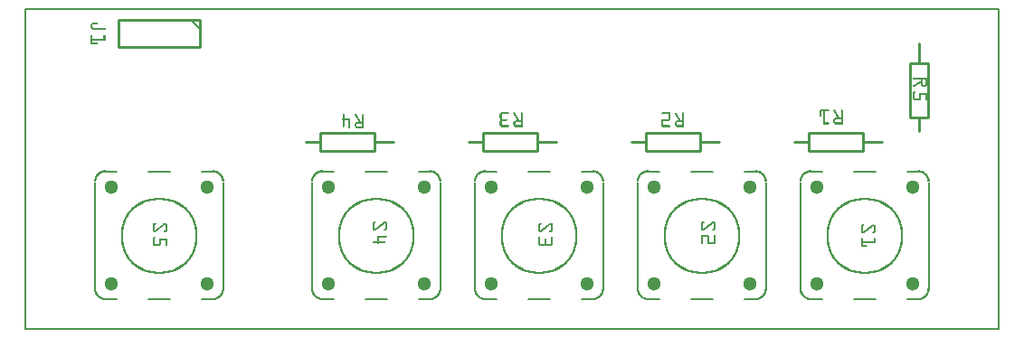
<source format=gto>
G04 MADE WITH FRITZING*
G04 WWW.FRITZING.ORG*
G04 SINGLE SIDED*
G04 HOLES NOT PLATED*
G04 CONTOUR ON CENTER OF CONTOUR VECTOR*
%ASAXBY*%
%FSLAX23Y23*%
%MOIN*%
%OFA0B0*%
%SFA1.0B1.0*%
%ADD10C,0.283590X0.26759*%
%ADD11C,0.051181X-0.0039371*%
%ADD12R,3.592640X1.187670X3.576640X1.171670*%
%ADD13C,0.008000*%
%ADD14C,0.010000*%
%ADD15C,0.005000*%
%ADD16R,0.001000X0.001000*%
%LNSILK1*%
G90*
G70*
G54D10*
X3097Y348D03*
G54D11*
X2920Y171D03*
X2920Y526D03*
X3274Y526D03*
X3274Y171D03*
G54D10*
X2497Y348D03*
G54D11*
X2320Y171D03*
X2320Y526D03*
X2674Y526D03*
X2674Y171D03*
G54D10*
X1897Y348D03*
G54D11*
X1720Y171D03*
X1720Y526D03*
X2074Y526D03*
X2074Y171D03*
G54D10*
X1297Y348D03*
G54D11*
X1120Y171D03*
X1120Y526D03*
X1474Y526D03*
X1474Y171D03*
G54D10*
X497Y348D03*
G54D11*
X320Y171D03*
X320Y526D03*
X674Y526D03*
X674Y171D03*
G54D13*
X4Y1184D02*
X3589Y1184D01*
X3589Y4D01*
X4Y4D01*
X4Y1184D01*
D02*
X2939Y112D02*
X2900Y112D01*
D02*
X2861Y151D02*
X2861Y545D01*
D02*
X2900Y585D02*
X2939Y585D01*
D02*
X3057Y585D02*
X3136Y585D01*
D02*
X3254Y585D02*
X3294Y585D01*
D02*
X3333Y545D02*
X3333Y151D01*
D02*
X3294Y112D02*
X3254Y112D01*
D02*
X3136Y112D02*
X3057Y112D01*
D02*
X2339Y112D02*
X2300Y112D01*
D02*
X2261Y151D02*
X2261Y545D01*
D02*
X2300Y585D02*
X2339Y585D01*
D02*
X2457Y585D02*
X2536Y585D01*
D02*
X2654Y585D02*
X2694Y585D01*
D02*
X2733Y545D02*
X2733Y151D01*
D02*
X2694Y112D02*
X2654Y112D01*
D02*
X2536Y112D02*
X2457Y112D01*
D02*
X1739Y112D02*
X1700Y112D01*
D02*
X1661Y151D02*
X1661Y545D01*
D02*
X1700Y585D02*
X1739Y585D01*
D02*
X1857Y585D02*
X1936Y585D01*
D02*
X2054Y585D02*
X2094Y585D01*
D02*
X2133Y545D02*
X2133Y151D01*
D02*
X2094Y112D02*
X2054Y112D01*
D02*
X1936Y112D02*
X1857Y112D01*
D02*
X1139Y112D02*
X1100Y112D01*
D02*
X1061Y151D02*
X1061Y545D01*
D02*
X1100Y585D02*
X1139Y585D01*
D02*
X1257Y585D02*
X1336Y585D01*
D02*
X1454Y585D02*
X1494Y585D01*
D02*
X1533Y545D02*
X1533Y151D01*
D02*
X1494Y112D02*
X1454Y112D01*
D02*
X1336Y112D02*
X1257Y112D01*
D02*
X339Y112D02*
X300Y112D01*
D02*
X261Y151D02*
X261Y545D01*
D02*
X300Y585D02*
X339Y585D01*
D02*
X457Y585D02*
X536Y585D01*
D02*
X654Y585D02*
X694Y585D01*
D02*
X733Y545D02*
X733Y151D01*
D02*
X694Y112D02*
X654Y112D01*
D02*
X536Y112D02*
X457Y112D01*
G54D14*
D02*
X3161Y694D02*
X3089Y694D01*
D02*
X2889Y694D02*
X2836Y694D01*
D02*
X3089Y661D02*
X2889Y661D01*
D02*
X2889Y661D02*
X2889Y727D01*
D02*
X2889Y727D02*
X3089Y727D01*
D02*
X3089Y727D02*
X3089Y661D01*
D02*
X2561Y694D02*
X2489Y694D01*
D02*
X2289Y694D02*
X2236Y694D01*
D02*
X2489Y661D02*
X2289Y661D01*
D02*
X2289Y661D02*
X2289Y727D01*
D02*
X2289Y727D02*
X2489Y727D01*
D02*
X2489Y727D02*
X2489Y661D01*
D02*
X1961Y694D02*
X1889Y694D01*
D02*
X1689Y694D02*
X1636Y694D01*
D02*
X1889Y661D02*
X1689Y661D01*
D02*
X1689Y661D02*
X1689Y727D01*
D02*
X1689Y727D02*
X1889Y727D01*
D02*
X1889Y727D02*
X1889Y661D01*
D02*
X1361Y694D02*
X1289Y694D01*
D02*
X1089Y694D02*
X1036Y694D01*
D02*
X1289Y661D02*
X1089Y661D01*
D02*
X1089Y661D02*
X1089Y727D01*
D02*
X1089Y727D02*
X1289Y727D01*
D02*
X1289Y727D02*
X1289Y661D01*
D02*
X3298Y1057D02*
X3298Y985D01*
D02*
X3298Y785D02*
X3298Y732D01*
D02*
X3331Y985D02*
X3331Y785D01*
D02*
X3331Y785D02*
X3265Y785D01*
D02*
X3265Y785D02*
X3265Y985D01*
D02*
X3265Y985D02*
X3331Y985D01*
D02*
X648Y1144D02*
X348Y1144D01*
D02*
X348Y1144D02*
X348Y1044D01*
D02*
X348Y1044D02*
X648Y1044D01*
D02*
X648Y1044D02*
X648Y1144D01*
G54D15*
D02*
X613Y1144D02*
X648Y1109D01*
G54D16*
X252Y1134D02*
X267Y1134D01*
X250Y1133D02*
X268Y1133D01*
X249Y1132D02*
X268Y1132D01*
X248Y1131D02*
X268Y1131D01*
X247Y1130D02*
X268Y1130D01*
X246Y1129D02*
X268Y1129D01*
X246Y1128D02*
X267Y1128D01*
X245Y1127D02*
X253Y1127D01*
X245Y1126D02*
X252Y1126D01*
X245Y1125D02*
X251Y1125D01*
X245Y1124D02*
X251Y1124D01*
X245Y1123D02*
X251Y1123D01*
X245Y1122D02*
X251Y1122D01*
X245Y1121D02*
X251Y1121D01*
X245Y1120D02*
X251Y1120D01*
X245Y1119D02*
X251Y1119D01*
X245Y1118D02*
X251Y1118D01*
X245Y1117D02*
X251Y1117D01*
X245Y1116D02*
X251Y1116D01*
X245Y1115D02*
X252Y1115D01*
X245Y1114D02*
X254Y1114D01*
X246Y1113D02*
X297Y1113D01*
X246Y1112D02*
X298Y1112D01*
X247Y1111D02*
X298Y1111D01*
X248Y1110D02*
X298Y1110D01*
X249Y1109D02*
X298Y1109D01*
X251Y1108D02*
X297Y1108D01*
X254Y1107D02*
X295Y1107D01*
X246Y1087D02*
X250Y1087D01*
X293Y1087D02*
X297Y1087D01*
X245Y1086D02*
X250Y1086D01*
X292Y1086D02*
X298Y1086D01*
X245Y1085D02*
X251Y1085D01*
X292Y1085D02*
X298Y1085D01*
X245Y1084D02*
X251Y1084D01*
X292Y1084D02*
X298Y1084D01*
X245Y1083D02*
X251Y1083D01*
X292Y1083D02*
X298Y1083D01*
X245Y1082D02*
X251Y1082D01*
X292Y1082D02*
X298Y1082D01*
X245Y1081D02*
X251Y1081D01*
X292Y1081D02*
X298Y1081D01*
X245Y1080D02*
X251Y1080D01*
X292Y1080D02*
X298Y1080D01*
X245Y1079D02*
X251Y1079D01*
X292Y1079D02*
X298Y1079D01*
X245Y1078D02*
X251Y1078D01*
X292Y1078D02*
X298Y1078D01*
X245Y1077D02*
X251Y1077D01*
X292Y1077D02*
X298Y1077D01*
X245Y1076D02*
X251Y1076D01*
X292Y1076D02*
X298Y1076D01*
X245Y1075D02*
X251Y1075D01*
X292Y1075D02*
X298Y1075D01*
X245Y1074D02*
X298Y1074D01*
X245Y1073D02*
X298Y1073D01*
X245Y1072D02*
X298Y1072D01*
X245Y1071D02*
X298Y1071D01*
X245Y1070D02*
X298Y1070D01*
X245Y1069D02*
X298Y1069D01*
X245Y1068D02*
X298Y1068D01*
X245Y1067D02*
X251Y1067D01*
X245Y1066D02*
X251Y1066D01*
X245Y1065D02*
X251Y1065D01*
X245Y1064D02*
X251Y1064D01*
X245Y1063D02*
X251Y1063D01*
X245Y1062D02*
X251Y1062D01*
X245Y1061D02*
X251Y1061D01*
X245Y1060D02*
X267Y1060D01*
X245Y1059D02*
X268Y1059D01*
X245Y1058D02*
X268Y1058D01*
X245Y1057D02*
X268Y1057D01*
X245Y1056D02*
X268Y1056D01*
X245Y1055D02*
X268Y1055D01*
X247Y1054D02*
X267Y1054D01*
X3277Y931D02*
X3327Y931D01*
X3275Y930D02*
X3327Y930D01*
X3274Y929D02*
X3327Y929D01*
X3274Y928D02*
X3327Y928D01*
X3274Y927D02*
X3327Y927D01*
X3275Y926D02*
X3327Y926D01*
X3275Y925D02*
X3327Y925D01*
X3303Y924D02*
X3310Y924D01*
X3321Y924D02*
X3327Y924D01*
X3304Y923D02*
X3310Y923D01*
X3321Y923D02*
X3327Y923D01*
X3304Y922D02*
X3310Y922D01*
X3321Y922D02*
X3327Y922D01*
X3304Y921D02*
X3310Y921D01*
X3321Y921D02*
X3327Y921D01*
X3304Y920D02*
X3310Y920D01*
X3321Y920D02*
X3327Y920D01*
X3303Y919D02*
X3310Y919D01*
X3321Y919D02*
X3327Y919D01*
X3301Y918D02*
X3310Y918D01*
X3321Y918D02*
X3327Y918D01*
X3300Y917D02*
X3310Y917D01*
X3321Y917D02*
X3327Y917D01*
X3298Y916D02*
X3310Y916D01*
X3321Y916D02*
X3327Y916D01*
X3296Y915D02*
X3310Y915D01*
X3321Y915D02*
X3327Y915D01*
X3294Y914D02*
X3310Y914D01*
X3321Y914D02*
X3327Y914D01*
X3293Y913D02*
X3310Y913D01*
X3321Y913D02*
X3327Y913D01*
X3291Y912D02*
X3310Y912D01*
X3321Y912D02*
X3327Y912D01*
X3289Y911D02*
X3310Y911D01*
X3321Y911D02*
X3327Y911D01*
X3288Y910D02*
X3301Y910D01*
X3304Y910D02*
X3310Y910D01*
X3321Y910D02*
X3327Y910D01*
X3286Y909D02*
X3299Y909D01*
X3304Y909D02*
X3310Y909D01*
X3321Y909D02*
X3327Y909D01*
X3284Y908D02*
X3297Y908D01*
X3304Y908D02*
X3310Y908D01*
X3321Y908D02*
X3327Y908D01*
X3282Y907D02*
X3295Y907D01*
X3304Y907D02*
X3310Y907D01*
X3321Y907D02*
X3327Y907D01*
X3281Y906D02*
X3294Y906D01*
X3304Y906D02*
X3310Y906D01*
X3321Y906D02*
X3327Y906D01*
X3279Y905D02*
X3292Y905D01*
X3304Y905D02*
X3310Y905D01*
X3320Y905D02*
X3327Y905D01*
X3277Y904D02*
X3290Y904D01*
X3304Y904D02*
X3312Y904D01*
X3319Y904D02*
X3327Y904D01*
X3276Y903D02*
X3289Y903D01*
X3304Y903D02*
X3326Y903D01*
X3275Y902D02*
X3287Y902D01*
X3305Y902D02*
X3326Y902D01*
X3274Y901D02*
X3285Y901D01*
X3306Y901D02*
X3325Y901D01*
X3274Y900D02*
X3283Y900D01*
X3306Y900D02*
X3324Y900D01*
X3274Y899D02*
X3282Y899D01*
X3308Y899D02*
X3323Y899D01*
X3275Y898D02*
X3280Y898D01*
X3309Y898D02*
X3322Y898D01*
X3276Y897D02*
X3278Y897D01*
X3311Y897D02*
X3320Y897D01*
X3280Y881D02*
X3280Y881D01*
X3278Y880D02*
X3282Y880D01*
X3277Y879D02*
X3283Y879D01*
X3277Y878D02*
X3283Y878D01*
X3276Y877D02*
X3283Y877D01*
X3276Y876D02*
X3283Y876D01*
X3275Y875D02*
X3282Y875D01*
X3275Y874D02*
X3282Y874D01*
X3298Y874D02*
X3327Y874D01*
X3275Y873D02*
X3281Y873D01*
X3298Y873D02*
X3327Y873D01*
X3274Y872D02*
X3281Y872D01*
X3298Y872D02*
X3327Y872D01*
X3274Y871D02*
X3281Y871D01*
X3298Y871D02*
X3327Y871D01*
X3274Y870D02*
X3280Y870D01*
X3298Y870D02*
X3327Y870D01*
X3274Y869D02*
X3280Y869D01*
X3298Y869D02*
X3327Y869D01*
X3274Y868D02*
X3280Y868D01*
X3298Y868D02*
X3327Y868D01*
X3274Y867D02*
X3280Y867D01*
X3298Y867D02*
X3304Y867D01*
X3321Y867D02*
X3327Y867D01*
X3274Y866D02*
X3280Y866D01*
X3298Y866D02*
X3304Y866D01*
X3321Y866D02*
X3327Y866D01*
X3274Y865D02*
X3280Y865D01*
X3298Y865D02*
X3304Y865D01*
X3321Y865D02*
X3327Y865D01*
X3274Y864D02*
X3280Y864D01*
X3298Y864D02*
X3304Y864D01*
X3321Y864D02*
X3327Y864D01*
X3274Y863D02*
X3280Y863D01*
X3298Y863D02*
X3304Y863D01*
X3321Y863D02*
X3327Y863D01*
X3274Y862D02*
X3280Y862D01*
X3298Y862D02*
X3304Y862D01*
X3321Y862D02*
X3327Y862D01*
X3274Y861D02*
X3280Y861D01*
X3298Y861D02*
X3304Y861D01*
X3321Y861D02*
X3327Y861D01*
X3274Y860D02*
X3280Y860D01*
X3298Y860D02*
X3304Y860D01*
X3321Y860D02*
X3327Y860D01*
X3274Y859D02*
X3280Y859D01*
X3298Y859D02*
X3304Y859D01*
X3321Y859D02*
X3327Y859D01*
X3274Y858D02*
X3280Y858D01*
X3298Y858D02*
X3304Y858D01*
X3321Y858D02*
X3327Y858D01*
X3274Y857D02*
X3280Y857D01*
X3298Y857D02*
X3304Y857D01*
X3321Y857D02*
X3327Y857D01*
X3274Y856D02*
X3280Y856D01*
X3298Y856D02*
X3304Y856D01*
X3321Y856D02*
X3327Y856D01*
X3274Y855D02*
X3280Y855D01*
X3298Y855D02*
X3304Y855D01*
X3321Y855D02*
X3327Y855D01*
X3274Y854D02*
X3280Y854D01*
X3298Y854D02*
X3304Y854D01*
X3321Y854D02*
X3327Y854D01*
X3274Y853D02*
X3304Y853D01*
X3321Y853D02*
X3327Y853D01*
X3274Y852D02*
X3304Y852D01*
X3321Y852D02*
X3327Y852D01*
X3275Y851D02*
X3303Y851D01*
X3321Y851D02*
X3327Y851D01*
X3275Y850D02*
X3303Y850D01*
X3321Y850D02*
X3327Y850D01*
X3276Y849D02*
X3302Y849D01*
X3322Y849D02*
X3327Y849D01*
X3277Y848D02*
X3301Y848D01*
X3322Y848D02*
X3326Y848D01*
X3279Y847D02*
X3299Y847D01*
X3323Y847D02*
X3325Y847D01*
X2933Y812D02*
X2963Y812D01*
X2983Y812D02*
X2985Y812D01*
X3010Y812D02*
X3013Y812D01*
X2932Y811D02*
X2964Y811D01*
X2982Y811D02*
X2987Y811D01*
X3009Y811D02*
X3014Y811D01*
X2931Y810D02*
X2965Y810D01*
X2981Y810D02*
X2987Y810D01*
X3009Y810D02*
X3015Y810D01*
X2931Y809D02*
X2965Y809D01*
X2981Y809D02*
X2988Y809D01*
X3009Y809D02*
X3015Y809D01*
X2931Y808D02*
X2965Y808D01*
X2981Y808D02*
X2988Y808D01*
X3009Y808D02*
X3015Y808D01*
X2931Y807D02*
X2964Y807D01*
X2982Y807D02*
X2989Y807D01*
X3009Y807D02*
X3015Y807D01*
X2931Y806D02*
X2963Y806D01*
X2982Y806D02*
X2990Y806D01*
X3009Y806D02*
X3015Y806D01*
X2931Y805D02*
X2937Y805D01*
X2945Y805D02*
X2951Y805D01*
X2983Y805D02*
X2990Y805D01*
X3009Y805D02*
X3015Y805D01*
X2931Y804D02*
X2937Y804D01*
X2945Y804D02*
X2951Y804D01*
X2984Y804D02*
X2991Y804D01*
X3009Y804D02*
X3015Y804D01*
X2931Y803D02*
X2937Y803D01*
X2945Y803D02*
X2951Y803D01*
X2984Y803D02*
X2991Y803D01*
X3009Y803D02*
X3015Y803D01*
X1757Y802D02*
X1783Y802D01*
X1804Y802D02*
X1806Y802D01*
X1832Y802D02*
X1833Y802D01*
X2349Y802D02*
X2380Y802D01*
X2399Y802D02*
X2400Y802D01*
X2427Y802D02*
X2428Y802D01*
X2931Y802D02*
X2937Y802D01*
X2945Y802D02*
X2951Y802D01*
X2985Y802D02*
X2992Y802D01*
X3009Y802D02*
X3015Y802D01*
X1755Y801D02*
X1785Y801D01*
X1803Y801D02*
X1807Y801D01*
X1830Y801D02*
X1835Y801D01*
X2348Y801D02*
X2380Y801D01*
X2398Y801D02*
X2402Y801D01*
X2425Y801D02*
X2429Y801D01*
X2931Y801D02*
X2937Y801D01*
X2945Y801D02*
X2951Y801D01*
X2985Y801D02*
X2992Y801D01*
X3009Y801D02*
X3015Y801D01*
X1754Y800D02*
X1785Y800D01*
X1802Y800D02*
X1808Y800D01*
X1830Y800D02*
X1835Y800D01*
X2347Y800D02*
X2380Y800D01*
X2397Y800D02*
X2403Y800D01*
X2425Y800D02*
X2430Y800D01*
X2931Y800D02*
X2937Y800D01*
X2945Y800D02*
X2951Y800D01*
X2986Y800D02*
X2993Y800D01*
X3009Y800D02*
X3015Y800D01*
X1753Y799D02*
X1786Y799D01*
X1802Y799D02*
X1808Y799D01*
X1830Y799D02*
X1835Y799D01*
X2347Y799D02*
X2380Y799D01*
X2397Y799D02*
X2403Y799D01*
X2424Y799D02*
X2430Y799D01*
X2931Y799D02*
X2937Y799D01*
X2945Y799D02*
X2951Y799D01*
X2986Y799D02*
X2994Y799D01*
X3009Y799D02*
X3015Y799D01*
X1753Y798D02*
X1785Y798D01*
X1802Y798D02*
X1809Y798D01*
X1830Y798D02*
X1836Y798D01*
X2347Y798D02*
X2380Y798D01*
X2397Y798D02*
X2404Y798D01*
X2424Y798D02*
X2430Y798D01*
X2931Y798D02*
X2937Y798D01*
X2945Y798D02*
X2951Y798D01*
X2987Y798D02*
X2994Y798D01*
X3009Y798D02*
X3015Y798D01*
X1176Y797D02*
X1176Y797D01*
X1221Y797D02*
X1221Y797D01*
X1248Y797D02*
X1248Y797D01*
X1752Y797D02*
X1785Y797D01*
X1802Y797D02*
X1810Y797D01*
X1830Y797D02*
X1836Y797D01*
X2347Y797D02*
X2380Y797D01*
X2397Y797D02*
X2404Y797D01*
X2424Y797D02*
X2430Y797D01*
X2931Y797D02*
X2937Y797D01*
X2945Y797D02*
X2951Y797D01*
X2988Y797D02*
X2995Y797D01*
X3009Y797D02*
X3015Y797D01*
X1174Y796D02*
X1178Y796D01*
X1219Y796D02*
X1223Y796D01*
X1246Y796D02*
X1250Y796D01*
X1752Y796D02*
X1784Y796D01*
X1803Y796D02*
X1810Y796D01*
X1830Y796D02*
X1836Y796D01*
X2348Y796D02*
X2380Y796D01*
X2398Y796D02*
X2405Y796D01*
X2424Y796D02*
X2430Y796D01*
X2931Y796D02*
X2937Y796D01*
X2945Y796D02*
X2951Y796D01*
X2988Y796D02*
X2995Y796D01*
X3009Y796D02*
X3015Y796D01*
X1173Y795D02*
X1178Y795D01*
X1218Y795D02*
X1223Y795D01*
X1246Y795D02*
X1251Y795D01*
X1752Y795D02*
X1758Y795D01*
X1804Y795D02*
X1811Y795D01*
X1830Y795D02*
X1836Y795D01*
X2374Y795D02*
X2380Y795D01*
X2398Y795D02*
X2406Y795D01*
X2424Y795D02*
X2430Y795D01*
X2931Y795D02*
X2937Y795D01*
X2945Y795D02*
X2951Y795D01*
X2989Y795D02*
X2996Y795D01*
X3009Y795D02*
X3015Y795D01*
X1173Y794D02*
X1179Y794D01*
X1218Y794D02*
X1224Y794D01*
X1245Y794D02*
X1251Y794D01*
X1752Y794D02*
X1758Y794D01*
X1804Y794D02*
X1811Y794D01*
X1830Y794D02*
X1836Y794D01*
X2374Y794D02*
X2380Y794D01*
X2399Y794D02*
X2406Y794D01*
X2424Y794D02*
X2430Y794D01*
X2931Y794D02*
X2937Y794D01*
X2945Y794D02*
X2951Y794D01*
X2989Y794D02*
X2997Y794D01*
X3009Y794D02*
X3015Y794D01*
X1173Y793D02*
X1179Y793D01*
X1218Y793D02*
X1225Y793D01*
X1245Y793D02*
X1251Y793D01*
X1752Y793D02*
X1758Y793D01*
X1805Y793D02*
X1812Y793D01*
X1830Y793D02*
X1836Y793D01*
X2374Y793D02*
X2380Y793D01*
X2400Y793D02*
X2407Y793D01*
X2424Y793D02*
X2430Y793D01*
X2931Y793D02*
X2937Y793D01*
X2945Y793D02*
X2951Y793D01*
X2990Y793D02*
X2997Y793D01*
X3009Y793D02*
X3015Y793D01*
X1173Y792D02*
X1179Y792D01*
X1218Y792D02*
X1225Y792D01*
X1245Y792D02*
X1251Y792D01*
X1752Y792D02*
X1758Y792D01*
X1805Y792D02*
X1813Y792D01*
X1830Y792D02*
X1836Y792D01*
X2374Y792D02*
X2380Y792D01*
X2400Y792D02*
X2407Y792D01*
X2424Y792D02*
X2430Y792D01*
X2931Y792D02*
X2937Y792D01*
X2945Y792D02*
X2951Y792D01*
X2991Y792D02*
X2998Y792D01*
X3009Y792D02*
X3015Y792D01*
X1173Y791D02*
X1179Y791D01*
X1219Y791D02*
X1226Y791D01*
X1245Y791D02*
X1251Y791D01*
X1752Y791D02*
X1758Y791D01*
X1806Y791D02*
X1813Y791D01*
X1830Y791D02*
X1836Y791D01*
X2374Y791D02*
X2380Y791D01*
X2401Y791D02*
X2408Y791D01*
X2424Y791D02*
X2430Y791D01*
X2931Y791D02*
X2937Y791D01*
X2945Y791D02*
X2951Y791D01*
X2991Y791D02*
X2998Y791D01*
X3009Y791D02*
X3015Y791D01*
X1173Y790D02*
X1179Y790D01*
X1219Y790D02*
X1226Y790D01*
X1245Y790D02*
X1251Y790D01*
X1752Y790D02*
X1758Y790D01*
X1807Y790D02*
X1814Y790D01*
X1830Y790D02*
X1836Y790D01*
X2374Y790D02*
X2380Y790D01*
X2401Y790D02*
X2408Y790D01*
X2424Y790D02*
X2430Y790D01*
X2931Y790D02*
X2937Y790D01*
X2945Y790D02*
X2951Y790D01*
X2992Y790D02*
X2999Y790D01*
X3009Y790D02*
X3015Y790D01*
X1173Y789D02*
X1179Y789D01*
X1220Y789D02*
X1227Y789D01*
X1245Y789D02*
X1251Y789D01*
X1752Y789D02*
X1758Y789D01*
X1807Y789D02*
X1814Y789D01*
X1830Y789D02*
X1836Y789D01*
X2374Y789D02*
X2380Y789D01*
X2402Y789D02*
X2409Y789D01*
X2424Y789D02*
X2430Y789D01*
X2932Y789D02*
X2936Y789D01*
X2945Y789D02*
X2951Y789D01*
X2992Y789D02*
X2999Y789D01*
X3009Y789D02*
X3015Y789D01*
X1173Y788D02*
X1179Y788D01*
X1220Y788D02*
X1227Y788D01*
X1245Y788D02*
X1251Y788D01*
X1752Y788D02*
X1758Y788D01*
X1808Y788D02*
X1815Y788D01*
X1830Y788D02*
X1836Y788D01*
X2374Y788D02*
X2380Y788D01*
X2402Y788D02*
X2410Y788D01*
X2424Y788D02*
X2430Y788D01*
X2934Y788D02*
X2935Y788D01*
X2945Y788D02*
X2951Y788D01*
X2993Y788D02*
X3000Y788D01*
X3009Y788D02*
X3015Y788D01*
X1173Y787D02*
X1179Y787D01*
X1221Y787D02*
X1228Y787D01*
X1245Y787D02*
X1251Y787D01*
X1752Y787D02*
X1758Y787D01*
X1808Y787D02*
X1815Y787D01*
X1830Y787D02*
X1836Y787D01*
X2374Y787D02*
X2380Y787D01*
X2403Y787D02*
X2410Y787D01*
X2424Y787D02*
X2430Y787D01*
X2945Y787D02*
X2951Y787D01*
X2993Y787D02*
X3001Y787D01*
X3009Y787D02*
X3015Y787D01*
X1173Y786D02*
X1179Y786D01*
X1221Y786D02*
X1229Y786D01*
X1245Y786D02*
X1251Y786D01*
X1752Y786D02*
X1758Y786D01*
X1809Y786D02*
X1816Y786D01*
X1830Y786D02*
X1836Y786D01*
X2374Y786D02*
X2380Y786D01*
X2404Y786D02*
X2411Y786D01*
X2424Y786D02*
X2430Y786D01*
X2945Y786D02*
X2951Y786D01*
X2994Y786D02*
X3001Y786D01*
X3009Y786D02*
X3015Y786D01*
X1173Y785D02*
X1179Y785D01*
X1222Y785D02*
X1229Y785D01*
X1245Y785D02*
X1251Y785D01*
X1752Y785D02*
X1758Y785D01*
X1809Y785D02*
X1817Y785D01*
X1830Y785D02*
X1836Y785D01*
X2374Y785D02*
X2380Y785D01*
X2404Y785D02*
X2411Y785D01*
X2424Y785D02*
X2430Y785D01*
X2945Y785D02*
X2951Y785D01*
X2995Y785D02*
X3002Y785D01*
X3009Y785D02*
X3015Y785D01*
X1173Y784D02*
X1179Y784D01*
X1223Y784D02*
X1230Y784D01*
X1245Y784D02*
X1251Y784D01*
X1752Y784D02*
X1758Y784D01*
X1810Y784D02*
X1817Y784D01*
X1830Y784D02*
X1836Y784D01*
X2374Y784D02*
X2380Y784D01*
X2405Y784D02*
X2412Y784D01*
X2424Y784D02*
X2430Y784D01*
X2945Y784D02*
X2951Y784D01*
X2995Y784D02*
X3002Y784D01*
X3009Y784D02*
X3015Y784D01*
X1173Y783D02*
X1179Y783D01*
X1223Y783D02*
X1230Y783D01*
X1245Y783D02*
X1251Y783D01*
X1752Y783D02*
X1758Y783D01*
X1811Y783D02*
X1818Y783D01*
X1830Y783D02*
X1836Y783D01*
X2374Y783D02*
X2380Y783D01*
X2405Y783D02*
X2413Y783D01*
X2424Y783D02*
X2430Y783D01*
X2945Y783D02*
X2951Y783D01*
X2991Y783D02*
X3015Y783D01*
X1173Y782D02*
X1179Y782D01*
X1224Y782D02*
X1231Y782D01*
X1245Y782D02*
X1251Y782D01*
X1752Y782D02*
X1758Y782D01*
X1811Y782D02*
X1818Y782D01*
X1830Y782D02*
X1836Y782D01*
X2374Y782D02*
X2380Y782D01*
X2406Y782D02*
X2413Y782D01*
X2424Y782D02*
X2430Y782D01*
X2945Y782D02*
X2951Y782D01*
X2987Y782D02*
X3015Y782D01*
X1173Y781D02*
X1179Y781D01*
X1224Y781D02*
X1232Y781D01*
X1245Y781D02*
X1251Y781D01*
X1752Y781D02*
X1758Y781D01*
X1812Y781D02*
X1819Y781D01*
X1830Y781D02*
X1836Y781D01*
X2374Y781D02*
X2380Y781D01*
X2407Y781D02*
X2414Y781D01*
X2424Y781D02*
X2430Y781D01*
X2945Y781D02*
X2951Y781D01*
X2986Y781D02*
X3015Y781D01*
X1173Y780D02*
X1179Y780D01*
X1225Y780D02*
X1232Y780D01*
X1245Y780D02*
X1251Y780D01*
X1752Y780D02*
X1759Y780D01*
X1812Y780D02*
X1820Y780D01*
X1830Y780D02*
X1836Y780D01*
X2374Y780D02*
X2380Y780D01*
X2407Y780D02*
X2414Y780D01*
X2424Y780D02*
X2430Y780D01*
X2945Y780D02*
X2951Y780D01*
X2984Y780D02*
X3015Y780D01*
X1171Y779D02*
X1199Y779D01*
X1226Y779D02*
X1233Y779D01*
X1245Y779D02*
X1251Y779D01*
X1753Y779D02*
X1760Y779D01*
X1813Y779D02*
X1820Y779D01*
X1830Y779D02*
X1836Y779D01*
X2374Y779D02*
X2380Y779D01*
X2408Y779D02*
X2415Y779D01*
X2424Y779D02*
X2430Y779D01*
X2945Y779D02*
X2951Y779D01*
X2983Y779D02*
X3015Y779D01*
X1170Y778D02*
X1200Y778D01*
X1226Y778D02*
X1233Y778D01*
X1245Y778D02*
X1251Y778D01*
X1753Y778D02*
X1777Y778D01*
X1814Y778D02*
X1821Y778D01*
X1830Y778D02*
X1836Y778D01*
X2351Y778D02*
X2380Y778D01*
X2408Y778D02*
X2415Y778D01*
X2424Y778D02*
X2430Y778D01*
X2945Y778D02*
X2951Y778D01*
X2983Y778D02*
X3015Y778D01*
X1170Y777D02*
X1200Y777D01*
X1227Y777D02*
X1234Y777D01*
X1245Y777D02*
X1251Y777D01*
X1753Y777D02*
X1778Y777D01*
X1814Y777D02*
X1821Y777D01*
X1830Y777D02*
X1836Y777D01*
X2349Y777D02*
X2380Y777D01*
X2409Y777D02*
X2416Y777D01*
X2424Y777D02*
X2430Y777D01*
X2945Y777D02*
X2951Y777D01*
X2982Y777D02*
X3015Y777D01*
X1169Y776D02*
X1200Y776D01*
X1227Y776D02*
X1234Y776D01*
X1245Y776D02*
X1251Y776D01*
X1754Y776D02*
X1779Y776D01*
X1815Y776D02*
X1822Y776D01*
X1830Y776D02*
X1836Y776D01*
X2348Y776D02*
X2380Y776D01*
X2409Y776D02*
X2417Y776D01*
X2424Y776D02*
X2430Y776D01*
X2945Y776D02*
X2951Y776D01*
X2982Y776D02*
X2990Y776D01*
X3008Y776D02*
X3015Y776D01*
X1169Y775D02*
X1200Y775D01*
X1228Y775D02*
X1235Y775D01*
X1245Y775D02*
X1251Y775D01*
X1755Y775D02*
X1779Y775D01*
X1815Y775D02*
X1822Y775D01*
X1830Y775D02*
X1836Y775D01*
X2348Y775D02*
X2379Y775D01*
X2410Y775D02*
X2417Y775D01*
X2424Y775D02*
X2430Y775D01*
X2945Y775D02*
X2951Y775D01*
X2981Y775D02*
X2988Y775D01*
X3009Y775D02*
X3015Y775D01*
X1170Y774D02*
X1200Y774D01*
X1228Y774D02*
X1236Y774D01*
X1245Y774D02*
X1251Y774D01*
X1754Y774D02*
X1778Y774D01*
X1816Y774D02*
X1823Y774D01*
X1830Y774D02*
X1836Y774D01*
X2347Y774D02*
X2378Y774D01*
X2411Y774D02*
X2418Y774D01*
X2424Y774D02*
X2430Y774D01*
X2945Y774D02*
X2951Y774D01*
X2981Y774D02*
X2988Y774D01*
X3009Y774D02*
X3015Y774D01*
X1171Y773D02*
X1200Y773D01*
X1229Y773D02*
X1236Y773D01*
X1245Y773D02*
X1251Y773D01*
X1753Y773D02*
X1778Y773D01*
X1816Y773D02*
X1824Y773D01*
X1829Y773D02*
X1836Y773D01*
X2347Y773D02*
X2377Y773D01*
X2411Y773D02*
X2418Y773D01*
X2424Y773D02*
X2430Y773D01*
X2945Y773D02*
X2951Y773D01*
X2981Y773D02*
X2987Y773D01*
X3009Y773D02*
X3015Y773D01*
X1173Y772D02*
X1179Y772D01*
X1193Y772D02*
X1200Y772D01*
X1230Y772D02*
X1237Y772D01*
X1245Y772D02*
X1251Y772D01*
X1753Y772D02*
X1777Y772D01*
X1809Y772D02*
X1836Y772D01*
X2347Y772D02*
X2375Y772D01*
X2403Y772D02*
X2430Y772D01*
X2945Y772D02*
X2951Y772D01*
X2981Y772D02*
X2987Y772D01*
X3009Y772D02*
X3015Y772D01*
X1173Y771D02*
X1179Y771D01*
X1193Y771D02*
X1200Y771D01*
X1230Y771D02*
X1237Y771D01*
X1245Y771D02*
X1251Y771D01*
X1752Y771D02*
X1760Y771D01*
X1807Y771D02*
X1836Y771D01*
X2347Y771D02*
X2353Y771D01*
X2402Y771D02*
X2430Y771D01*
X2945Y771D02*
X2951Y771D01*
X2981Y771D02*
X2987Y771D01*
X3009Y771D02*
X3015Y771D01*
X1173Y770D02*
X1179Y770D01*
X1193Y770D02*
X1200Y770D01*
X1231Y770D02*
X1238Y770D01*
X1245Y770D02*
X1251Y770D01*
X1752Y770D02*
X1759Y770D01*
X1806Y770D02*
X1836Y770D01*
X2347Y770D02*
X2353Y770D01*
X2400Y770D02*
X2430Y770D01*
X2945Y770D02*
X2951Y770D01*
X2981Y770D02*
X2987Y770D01*
X3009Y770D02*
X3015Y770D01*
X1173Y769D02*
X1179Y769D01*
X1193Y769D02*
X1200Y769D01*
X1231Y769D02*
X1239Y769D01*
X1245Y769D02*
X1251Y769D01*
X1752Y769D02*
X1758Y769D01*
X1805Y769D02*
X1836Y769D01*
X2347Y769D02*
X2353Y769D01*
X2399Y769D02*
X2430Y769D01*
X2945Y769D02*
X2951Y769D01*
X2981Y769D02*
X2987Y769D01*
X3009Y769D02*
X3015Y769D01*
X1173Y768D02*
X1179Y768D01*
X1193Y768D02*
X1200Y768D01*
X1232Y768D02*
X1239Y768D01*
X1245Y768D02*
X1251Y768D01*
X1752Y768D02*
X1758Y768D01*
X1804Y768D02*
X1836Y768D01*
X2347Y768D02*
X2353Y768D01*
X2398Y768D02*
X2430Y768D01*
X2945Y768D02*
X2951Y768D01*
X2981Y768D02*
X2987Y768D01*
X3009Y768D02*
X3015Y768D01*
X1173Y767D02*
X1179Y767D01*
X1193Y767D02*
X1200Y767D01*
X1225Y767D02*
X1251Y767D01*
X1752Y767D02*
X1758Y767D01*
X1803Y767D02*
X1836Y767D01*
X2347Y767D02*
X2353Y767D01*
X2398Y767D02*
X2430Y767D01*
X2945Y767D02*
X2951Y767D01*
X2981Y767D02*
X2988Y767D01*
X3009Y767D02*
X3015Y767D01*
X1173Y766D02*
X1179Y766D01*
X1193Y766D02*
X1200Y766D01*
X1223Y766D02*
X1251Y766D01*
X1752Y766D02*
X1758Y766D01*
X1803Y766D02*
X1836Y766D01*
X2347Y766D02*
X2353Y766D01*
X2397Y766D02*
X2430Y766D01*
X2945Y766D02*
X2951Y766D01*
X2982Y766D02*
X2989Y766D01*
X3009Y766D02*
X3015Y766D01*
X1173Y765D02*
X1179Y765D01*
X1193Y765D02*
X1200Y765D01*
X1221Y765D02*
X1251Y765D01*
X1752Y765D02*
X1758Y765D01*
X1802Y765D02*
X1809Y765D01*
X1830Y765D02*
X1836Y765D01*
X2347Y765D02*
X2353Y765D01*
X2397Y765D02*
X2404Y765D01*
X2424Y765D02*
X2430Y765D01*
X2945Y765D02*
X2963Y765D01*
X2982Y765D02*
X3015Y765D01*
X1173Y764D02*
X1179Y764D01*
X1193Y764D02*
X1200Y764D01*
X1220Y764D02*
X1251Y764D01*
X1752Y764D02*
X1758Y764D01*
X1802Y764D02*
X1809Y764D01*
X1830Y764D02*
X1836Y764D01*
X2347Y764D02*
X2353Y764D01*
X2397Y764D02*
X2403Y764D01*
X2424Y764D02*
X2430Y764D01*
X2945Y764D02*
X2964Y764D01*
X2982Y764D02*
X3015Y764D01*
X1173Y763D02*
X1179Y763D01*
X1193Y763D02*
X1200Y763D01*
X1219Y763D02*
X1251Y763D01*
X1752Y763D02*
X1758Y763D01*
X1802Y763D02*
X1808Y763D01*
X1830Y763D02*
X1836Y763D01*
X2347Y763D02*
X2353Y763D01*
X2397Y763D02*
X2403Y763D01*
X2424Y763D02*
X2430Y763D01*
X2945Y763D02*
X2964Y763D01*
X2983Y763D02*
X3015Y763D01*
X1173Y762D02*
X1179Y762D01*
X1193Y762D02*
X1200Y762D01*
X1219Y762D02*
X1251Y762D01*
X1752Y762D02*
X1758Y762D01*
X1802Y762D02*
X1808Y762D01*
X1830Y762D02*
X1836Y762D01*
X2347Y762D02*
X2353Y762D01*
X2397Y762D02*
X2403Y762D01*
X2424Y762D02*
X2430Y762D01*
X2945Y762D02*
X2965Y762D01*
X2984Y762D02*
X3015Y762D01*
X1173Y761D02*
X1179Y761D01*
X1193Y761D02*
X1200Y761D01*
X1218Y761D02*
X1251Y761D01*
X1752Y761D02*
X1758Y761D01*
X1802Y761D02*
X1808Y761D01*
X1830Y761D02*
X1836Y761D01*
X2347Y761D02*
X2353Y761D01*
X2397Y761D02*
X2403Y761D01*
X2424Y761D02*
X2430Y761D01*
X2945Y761D02*
X2965Y761D01*
X2985Y761D02*
X3015Y761D01*
X1173Y760D02*
X1179Y760D01*
X1193Y760D02*
X1200Y760D01*
X1218Y760D02*
X1225Y760D01*
X1245Y760D02*
X1251Y760D01*
X1752Y760D02*
X1758Y760D01*
X1802Y760D02*
X1808Y760D01*
X1830Y760D02*
X1836Y760D01*
X2347Y760D02*
X2353Y760D01*
X2397Y760D02*
X2403Y760D01*
X2424Y760D02*
X2430Y760D01*
X2945Y760D02*
X2964Y760D01*
X2986Y760D02*
X3015Y760D01*
X1173Y759D02*
X1179Y759D01*
X1193Y759D02*
X1200Y759D01*
X1218Y759D02*
X1224Y759D01*
X1245Y759D02*
X1251Y759D01*
X1752Y759D02*
X1758Y759D01*
X1802Y759D02*
X1808Y759D01*
X1830Y759D02*
X1836Y759D01*
X2347Y759D02*
X2353Y759D01*
X2397Y759D02*
X2403Y759D01*
X2424Y759D02*
X2430Y759D01*
X2945Y759D02*
X2963Y759D01*
X2988Y759D02*
X3015Y759D01*
X1173Y758D02*
X1179Y758D01*
X1193Y758D02*
X1200Y758D01*
X1218Y758D02*
X1224Y758D01*
X1245Y758D02*
X1251Y758D01*
X1752Y758D02*
X1758Y758D01*
X1802Y758D02*
X1808Y758D01*
X1830Y758D02*
X1836Y758D01*
X2347Y758D02*
X2353Y758D01*
X2397Y758D02*
X2403Y758D01*
X2424Y758D02*
X2430Y758D01*
X1173Y757D02*
X1179Y757D01*
X1193Y757D02*
X1200Y757D01*
X1218Y757D02*
X1224Y757D01*
X1245Y757D02*
X1251Y757D01*
X1752Y757D02*
X1758Y757D01*
X1802Y757D02*
X1808Y757D01*
X1830Y757D02*
X1836Y757D01*
X2347Y757D02*
X2353Y757D01*
X2397Y757D02*
X2403Y757D01*
X2424Y757D02*
X2430Y757D01*
X1173Y756D02*
X1179Y756D01*
X1193Y756D02*
X1200Y756D01*
X1218Y756D02*
X1224Y756D01*
X1245Y756D02*
X1251Y756D01*
X1752Y756D02*
X1758Y756D01*
X1802Y756D02*
X1809Y756D01*
X1830Y756D02*
X1836Y756D01*
X2347Y756D02*
X2353Y756D01*
X2397Y756D02*
X2404Y756D01*
X2424Y756D02*
X2430Y756D01*
X1173Y755D02*
X1179Y755D01*
X1193Y755D02*
X1200Y755D01*
X1218Y755D02*
X1224Y755D01*
X1245Y755D02*
X1251Y755D01*
X1752Y755D02*
X1783Y755D01*
X1803Y755D02*
X1836Y755D01*
X2347Y755D02*
X2377Y755D01*
X2397Y755D02*
X2430Y755D01*
X1173Y754D02*
X1179Y754D01*
X1193Y754D02*
X1200Y754D01*
X1218Y754D02*
X1224Y754D01*
X1245Y754D02*
X1251Y754D01*
X1752Y754D02*
X1785Y754D01*
X1803Y754D02*
X1836Y754D01*
X2347Y754D02*
X2379Y754D01*
X2398Y754D02*
X2430Y754D01*
X1173Y753D02*
X1179Y753D01*
X1193Y753D02*
X1200Y753D01*
X1218Y753D02*
X1224Y753D01*
X1245Y753D02*
X1251Y753D01*
X1752Y753D02*
X1785Y753D01*
X1804Y753D02*
X1836Y753D01*
X2347Y753D02*
X2380Y753D01*
X2398Y753D02*
X2430Y753D01*
X1173Y752D02*
X1179Y752D01*
X1193Y752D02*
X1200Y752D01*
X1218Y752D02*
X1224Y752D01*
X1245Y752D02*
X1251Y752D01*
X1753Y752D02*
X1785Y752D01*
X1804Y752D02*
X1836Y752D01*
X2347Y752D02*
X2380Y752D01*
X2399Y752D02*
X2430Y752D01*
X1173Y751D02*
X1179Y751D01*
X1193Y751D02*
X1200Y751D01*
X1218Y751D02*
X1225Y751D01*
X1245Y751D02*
X1251Y751D01*
X1753Y751D02*
X1785Y751D01*
X1805Y751D02*
X1836Y751D01*
X2348Y751D02*
X2380Y751D01*
X2400Y751D02*
X2430Y751D01*
X1174Y750D02*
X1178Y750D01*
X1193Y750D02*
X1200Y750D01*
X1218Y750D02*
X1227Y750D01*
X1245Y750D02*
X1251Y750D01*
X1754Y750D02*
X1785Y750D01*
X1807Y750D02*
X1836Y750D01*
X2349Y750D02*
X2380Y750D01*
X2401Y750D02*
X2430Y750D01*
X1175Y749D02*
X1176Y749D01*
X1193Y749D02*
X1200Y749D01*
X1219Y749D02*
X1251Y749D01*
X1756Y749D02*
X1784Y749D01*
X1808Y749D02*
X1836Y749D01*
X2350Y749D02*
X2379Y749D01*
X2403Y749D02*
X2430Y749D01*
X1193Y748D02*
X1200Y748D01*
X1219Y748D02*
X1251Y748D01*
X1193Y747D02*
X1200Y747D01*
X1220Y747D02*
X1251Y747D01*
X1194Y746D02*
X1199Y746D01*
X1221Y746D02*
X1251Y746D01*
X1194Y745D02*
X1199Y745D01*
X1222Y745D02*
X1251Y745D01*
X1195Y744D02*
X1198Y744D01*
X1224Y744D02*
X1251Y744D01*
X1227Y743D02*
X1251Y743D01*
X292Y589D02*
X299Y589D01*
X694Y589D02*
X700Y589D01*
X1092Y589D02*
X1099Y589D01*
X1493Y589D02*
X1500Y589D01*
X1692Y589D02*
X1699Y589D01*
X2093Y589D02*
X2100Y589D01*
X2292Y589D02*
X2299Y589D01*
X2693Y589D02*
X2700Y589D01*
X2892Y589D02*
X2898Y589D01*
X3293Y589D02*
X3300Y589D01*
X288Y588D02*
X299Y588D01*
X694Y588D02*
X704Y588D01*
X1088Y588D02*
X1099Y588D01*
X1493Y588D02*
X1504Y588D01*
X1688Y588D02*
X1699Y588D01*
X2093Y588D02*
X2104Y588D01*
X2288Y588D02*
X2299Y588D01*
X2693Y588D02*
X2704Y588D01*
X2888Y588D02*
X2898Y588D01*
X3293Y588D02*
X3304Y588D01*
X285Y587D02*
X299Y587D01*
X694Y587D02*
X707Y587D01*
X1085Y587D02*
X1099Y587D01*
X1493Y587D02*
X1507Y587D01*
X1685Y587D02*
X1699Y587D01*
X2093Y587D02*
X2107Y587D01*
X2285Y587D02*
X2299Y587D01*
X2693Y587D02*
X2707Y587D01*
X2885Y587D02*
X2898Y587D01*
X3293Y587D02*
X3307Y587D01*
X283Y586D02*
X299Y586D01*
X694Y586D02*
X710Y586D01*
X1082Y586D02*
X1099Y586D01*
X1493Y586D02*
X1510Y586D01*
X1682Y586D02*
X1699Y586D01*
X2093Y586D02*
X2110Y586D01*
X2282Y586D02*
X2299Y586D01*
X2693Y586D02*
X2710Y586D01*
X2882Y586D02*
X2898Y586D01*
X3293Y586D02*
X3309Y586D01*
X280Y585D02*
X299Y585D01*
X694Y585D02*
X712Y585D01*
X1080Y585D02*
X1099Y585D01*
X1493Y585D02*
X1512Y585D01*
X1680Y585D02*
X1699Y585D01*
X2093Y585D02*
X2112Y585D01*
X2280Y585D02*
X2299Y585D01*
X2693Y585D02*
X2712Y585D01*
X2880Y585D02*
X2898Y585D01*
X3293Y585D02*
X3312Y585D01*
X279Y584D02*
X299Y584D01*
X694Y584D02*
X714Y584D01*
X1078Y584D02*
X1099Y584D01*
X1493Y584D02*
X1514Y584D01*
X1678Y584D02*
X1699Y584D01*
X2093Y584D02*
X2114Y584D01*
X2278Y584D02*
X2299Y584D01*
X2693Y584D02*
X2714Y584D01*
X2878Y584D02*
X2898Y584D01*
X3293Y584D02*
X3313Y584D01*
X277Y583D02*
X299Y583D01*
X694Y583D02*
X716Y583D01*
X1077Y583D02*
X1099Y583D01*
X1493Y583D02*
X1515Y583D01*
X1677Y583D02*
X1699Y583D01*
X2093Y583D02*
X2115Y583D01*
X2277Y583D02*
X2299Y583D01*
X2693Y583D02*
X2715Y583D01*
X2876Y583D02*
X2898Y583D01*
X3293Y583D02*
X3315Y583D01*
X275Y582D02*
X299Y582D01*
X694Y582D02*
X717Y582D01*
X1075Y582D02*
X1099Y582D01*
X1494Y582D02*
X1517Y582D01*
X1675Y582D02*
X1699Y582D01*
X2093Y582D02*
X2117Y582D01*
X2275Y582D02*
X2298Y582D01*
X2693Y582D02*
X2717Y582D01*
X2875Y582D02*
X2898Y582D01*
X3293Y582D02*
X3317Y582D01*
X274Y581D02*
X292Y581D01*
X701Y581D02*
X719Y581D01*
X1074Y581D02*
X1091Y581D01*
X1501Y581D02*
X1518Y581D01*
X1674Y581D02*
X1691Y581D01*
X2101Y581D02*
X2118Y581D01*
X2274Y581D02*
X2291Y581D01*
X2701Y581D02*
X2718Y581D01*
X2873Y581D02*
X2891Y581D01*
X3300Y581D02*
X3318Y581D01*
X273Y580D02*
X288Y580D01*
X705Y580D02*
X720Y580D01*
X1072Y580D02*
X1088Y580D01*
X1505Y580D02*
X1520Y580D01*
X1672Y580D02*
X1688Y580D01*
X2104Y580D02*
X2120Y580D01*
X2272Y580D02*
X2287Y580D01*
X2704Y580D02*
X2720Y580D01*
X2872Y580D02*
X2887Y580D01*
X3304Y580D02*
X3319Y580D01*
X271Y579D02*
X285Y579D01*
X707Y579D02*
X721Y579D01*
X1071Y579D02*
X1085Y579D01*
X1507Y579D02*
X1521Y579D01*
X1671Y579D02*
X1685Y579D01*
X2107Y579D02*
X2121Y579D01*
X2271Y579D02*
X2285Y579D01*
X2707Y579D02*
X2721Y579D01*
X2871Y579D02*
X2885Y579D01*
X3307Y579D02*
X3321Y579D01*
X270Y578D02*
X283Y578D01*
X709Y578D02*
X722Y578D01*
X1070Y578D02*
X1083Y578D01*
X1509Y578D02*
X1522Y578D01*
X1670Y578D02*
X1683Y578D01*
X2109Y578D02*
X2122Y578D01*
X2270Y578D02*
X2283Y578D01*
X2709Y578D02*
X2722Y578D01*
X2870Y578D02*
X2883Y578D01*
X3309Y578D02*
X3322Y578D01*
X269Y577D02*
X281Y577D01*
X711Y577D02*
X723Y577D01*
X1069Y577D02*
X1081Y577D01*
X1511Y577D02*
X1523Y577D01*
X1669Y577D02*
X1681Y577D01*
X2111Y577D02*
X2123Y577D01*
X2269Y577D02*
X2281Y577D01*
X2711Y577D02*
X2723Y577D01*
X2869Y577D02*
X2881Y577D01*
X3311Y577D02*
X3323Y577D01*
X268Y576D02*
X280Y576D01*
X713Y576D02*
X724Y576D01*
X1068Y576D02*
X1079Y576D01*
X1513Y576D02*
X1524Y576D01*
X1668Y576D02*
X1679Y576D01*
X2113Y576D02*
X2124Y576D01*
X2268Y576D02*
X2279Y576D01*
X2713Y576D02*
X2724Y576D01*
X2868Y576D02*
X2879Y576D01*
X3312Y576D02*
X3324Y576D01*
X267Y575D02*
X278Y575D01*
X714Y575D02*
X725Y575D01*
X1067Y575D02*
X1078Y575D01*
X1514Y575D02*
X1525Y575D01*
X1667Y575D02*
X1678Y575D01*
X2114Y575D02*
X2125Y575D01*
X2267Y575D02*
X2278Y575D01*
X2714Y575D02*
X2725Y575D01*
X2867Y575D02*
X2878Y575D01*
X3314Y575D02*
X3325Y575D01*
X267Y574D02*
X277Y574D01*
X716Y574D02*
X726Y574D01*
X1066Y574D02*
X1077Y574D01*
X1515Y574D02*
X1526Y574D01*
X1666Y574D02*
X1677Y574D01*
X2115Y574D02*
X2126Y574D01*
X2266Y574D02*
X2276Y574D01*
X2715Y574D02*
X2726Y574D01*
X2866Y574D02*
X2876Y574D01*
X3315Y574D02*
X3325Y574D01*
X266Y573D02*
X276Y573D01*
X717Y573D02*
X727Y573D01*
X1066Y573D02*
X1076Y573D01*
X1517Y573D02*
X1527Y573D01*
X1666Y573D02*
X1675Y573D01*
X2117Y573D02*
X2126Y573D01*
X2265Y573D02*
X2275Y573D01*
X2716Y573D02*
X2726Y573D01*
X2865Y573D02*
X2875Y573D01*
X3316Y573D02*
X3326Y573D01*
X265Y572D02*
X275Y572D01*
X718Y572D02*
X727Y572D01*
X1065Y572D02*
X1074Y572D01*
X1518Y572D02*
X1527Y572D01*
X1665Y572D02*
X1674Y572D01*
X2118Y572D02*
X2127Y572D01*
X2265Y572D02*
X2274Y572D01*
X2718Y572D02*
X2727Y572D01*
X2865Y572D02*
X2874Y572D01*
X3317Y572D02*
X3327Y572D01*
X264Y571D02*
X274Y571D01*
X719Y571D02*
X728Y571D01*
X1064Y571D02*
X1073Y571D01*
X1519Y571D02*
X1528Y571D01*
X1664Y571D02*
X1673Y571D01*
X2119Y571D02*
X2128Y571D01*
X2264Y571D02*
X2273Y571D01*
X2719Y571D02*
X2728Y571D01*
X2864Y571D02*
X2873Y571D01*
X3318Y571D02*
X3328Y571D01*
X264Y570D02*
X273Y570D01*
X720Y570D02*
X729Y570D01*
X1063Y570D02*
X1073Y570D01*
X1520Y570D02*
X1529Y570D01*
X1663Y570D02*
X1672Y570D01*
X2120Y570D02*
X2129Y570D01*
X2263Y570D02*
X2272Y570D01*
X2719Y570D02*
X2728Y570D01*
X2863Y570D02*
X2872Y570D01*
X3319Y570D02*
X3328Y570D01*
X263Y569D02*
X272Y569D01*
X721Y569D02*
X729Y569D01*
X1063Y569D02*
X1072Y569D01*
X1521Y569D02*
X1529Y569D01*
X1663Y569D02*
X1671Y569D01*
X2120Y569D02*
X2129Y569D01*
X2263Y569D02*
X2271Y569D01*
X2720Y569D02*
X2729Y569D01*
X2863Y569D02*
X2871Y569D01*
X3320Y569D02*
X3329Y569D01*
X262Y568D02*
X271Y568D01*
X722Y568D02*
X730Y568D01*
X1062Y568D02*
X1071Y568D01*
X1521Y568D02*
X1530Y568D01*
X1662Y568D02*
X1671Y568D01*
X2121Y568D02*
X2130Y568D01*
X2262Y568D02*
X2271Y568D01*
X2721Y568D02*
X2730Y568D01*
X2862Y568D02*
X2870Y568D01*
X3321Y568D02*
X3330Y568D01*
X262Y567D02*
X270Y567D01*
X722Y567D02*
X731Y567D01*
X1062Y567D02*
X1070Y567D01*
X1522Y567D02*
X1530Y567D01*
X1662Y567D02*
X1670Y567D01*
X2122Y567D02*
X2130Y567D01*
X2262Y567D02*
X2270Y567D01*
X2722Y567D02*
X2730Y567D01*
X2861Y567D02*
X2870Y567D01*
X3322Y567D02*
X3330Y567D01*
X261Y566D02*
X269Y566D01*
X723Y566D02*
X731Y566D01*
X1061Y566D02*
X1069Y566D01*
X1523Y566D02*
X1531Y566D01*
X1661Y566D02*
X1669Y566D01*
X2123Y566D02*
X2131Y566D01*
X2261Y566D02*
X2269Y566D01*
X2723Y566D02*
X2731Y566D01*
X2861Y566D02*
X2869Y566D01*
X3323Y566D02*
X3331Y566D01*
X261Y565D02*
X269Y565D01*
X724Y565D02*
X732Y565D01*
X1061Y565D02*
X1069Y565D01*
X1523Y565D02*
X1531Y565D01*
X1661Y565D02*
X1669Y565D01*
X2123Y565D02*
X2131Y565D01*
X2261Y565D02*
X2268Y565D01*
X2723Y565D02*
X2731Y565D01*
X2860Y565D02*
X2868Y565D01*
X3323Y565D02*
X3331Y565D01*
X260Y564D02*
X268Y564D01*
X724Y564D02*
X732Y564D01*
X1060Y564D02*
X1068Y564D01*
X1524Y564D02*
X1532Y564D01*
X1660Y564D02*
X1668Y564D01*
X2124Y564D02*
X2132Y564D01*
X2260Y564D02*
X2268Y564D01*
X2724Y564D02*
X2732Y564D01*
X2860Y564D02*
X2868Y564D01*
X3324Y564D02*
X3332Y564D01*
X260Y563D02*
X268Y563D01*
X725Y563D02*
X733Y563D01*
X1060Y563D02*
X1067Y563D01*
X1525Y563D02*
X1532Y563D01*
X1660Y563D02*
X1667Y563D01*
X2125Y563D02*
X2132Y563D01*
X2260Y563D02*
X2267Y563D01*
X2724Y563D02*
X2732Y563D01*
X2859Y563D02*
X2867Y563D01*
X3324Y563D02*
X3332Y563D01*
X260Y562D02*
X267Y562D01*
X725Y562D02*
X733Y562D01*
X1059Y562D02*
X1067Y562D01*
X1525Y562D02*
X1533Y562D01*
X1659Y562D02*
X1667Y562D01*
X2125Y562D02*
X2133Y562D01*
X2259Y562D02*
X2267Y562D01*
X2725Y562D02*
X2733Y562D01*
X2859Y562D02*
X2867Y562D01*
X3325Y562D02*
X3332Y562D01*
X259Y561D02*
X267Y561D01*
X726Y561D02*
X733Y561D01*
X1059Y561D02*
X1067Y561D01*
X1526Y561D02*
X1533Y561D01*
X1659Y561D02*
X1666Y561D01*
X2126Y561D02*
X2133Y561D01*
X2259Y561D02*
X2266Y561D01*
X2725Y561D02*
X2733Y561D01*
X2859Y561D02*
X2866Y561D01*
X3325Y561D02*
X3333Y561D01*
X259Y560D02*
X266Y560D01*
X726Y560D02*
X734Y560D01*
X1059Y560D02*
X1066Y560D01*
X1526Y560D02*
X1533Y560D01*
X1659Y560D02*
X1666Y560D01*
X2126Y560D02*
X2133Y560D01*
X2258Y560D02*
X2266Y560D01*
X2726Y560D02*
X2733Y560D01*
X2858Y560D02*
X2866Y560D01*
X3326Y560D02*
X3333Y560D01*
X259Y559D02*
X266Y559D01*
X727Y559D02*
X734Y559D01*
X1058Y559D02*
X1066Y559D01*
X1526Y559D02*
X1534Y559D01*
X1658Y559D02*
X1666Y559D01*
X2126Y559D02*
X2134Y559D01*
X2258Y559D02*
X2265Y559D01*
X2726Y559D02*
X2734Y559D01*
X2858Y559D02*
X2865Y559D01*
X3326Y559D02*
X3334Y559D01*
X258Y558D02*
X265Y558D01*
X727Y558D02*
X734Y558D01*
X1058Y558D02*
X1065Y558D01*
X1527Y558D02*
X1534Y558D01*
X1658Y558D02*
X1665Y558D01*
X2127Y558D02*
X2134Y558D01*
X2258Y558D02*
X2265Y558D01*
X2727Y558D02*
X2734Y558D01*
X2858Y558D02*
X2865Y558D01*
X3327Y558D02*
X3334Y558D01*
X258Y557D02*
X265Y557D01*
X727Y557D02*
X735Y557D01*
X1058Y557D02*
X1065Y557D01*
X1527Y557D02*
X1534Y557D01*
X1658Y557D02*
X1665Y557D01*
X2127Y557D02*
X2134Y557D01*
X2258Y557D02*
X2265Y557D01*
X2727Y557D02*
X2734Y557D01*
X2858Y557D02*
X2865Y557D01*
X3327Y557D02*
X3334Y557D01*
X258Y556D02*
X265Y556D01*
X728Y556D02*
X735Y556D01*
X1058Y556D02*
X1065Y556D01*
X1527Y556D02*
X1535Y556D01*
X1657Y556D02*
X1665Y556D01*
X2127Y556D02*
X2135Y556D01*
X2257Y556D02*
X2265Y556D01*
X2727Y556D02*
X2734Y556D01*
X2857Y556D02*
X2864Y556D01*
X3327Y556D02*
X3334Y556D01*
X257Y555D02*
X265Y555D01*
X728Y555D02*
X735Y555D01*
X1057Y555D02*
X1064Y555D01*
X1528Y555D02*
X1535Y555D01*
X1657Y555D02*
X1664Y555D01*
X2128Y555D02*
X2135Y555D01*
X2257Y555D02*
X2264Y555D01*
X2728Y555D02*
X2735Y555D01*
X2857Y555D02*
X2864Y555D01*
X3327Y555D02*
X3335Y555D01*
X257Y554D02*
X264Y554D01*
X728Y554D02*
X735Y554D01*
X1057Y554D02*
X1064Y554D01*
X1528Y554D02*
X1535Y554D01*
X1657Y554D02*
X1664Y554D01*
X2128Y554D02*
X2135Y554D01*
X2257Y554D02*
X2264Y554D01*
X2728Y554D02*
X2735Y554D01*
X2857Y554D02*
X2864Y554D01*
X3328Y554D02*
X3335Y554D01*
X257Y553D02*
X264Y553D01*
X728Y553D02*
X735Y553D01*
X1057Y553D02*
X1064Y553D01*
X1528Y553D02*
X1535Y553D01*
X1657Y553D02*
X1664Y553D01*
X2128Y553D02*
X2135Y553D01*
X2257Y553D02*
X2264Y553D01*
X2728Y553D02*
X2735Y553D01*
X2857Y553D02*
X2864Y553D01*
X3328Y553D02*
X3335Y553D01*
X257Y552D02*
X264Y552D01*
X728Y552D02*
X735Y552D01*
X1057Y552D02*
X1064Y552D01*
X1528Y552D02*
X1535Y552D01*
X1657Y552D02*
X1664Y552D01*
X2128Y552D02*
X2135Y552D01*
X2257Y552D02*
X2264Y552D01*
X2728Y552D02*
X2735Y552D01*
X2857Y552D02*
X2864Y552D01*
X3328Y552D02*
X3335Y552D01*
X257Y551D02*
X264Y551D01*
X729Y551D02*
X736Y551D01*
X1057Y551D02*
X1064Y551D01*
X1528Y551D02*
X1536Y551D01*
X1657Y551D02*
X1664Y551D01*
X2128Y551D02*
X2135Y551D01*
X2256Y551D02*
X2264Y551D01*
X2728Y551D02*
X2735Y551D01*
X2856Y551D02*
X2863Y551D01*
X3328Y551D02*
X3335Y551D01*
X257Y550D02*
X264Y550D01*
X729Y550D02*
X736Y550D01*
X1057Y550D02*
X1064Y550D01*
X1529Y550D02*
X1536Y550D01*
X1657Y550D02*
X1663Y550D01*
X2128Y550D02*
X2135Y550D01*
X2256Y550D02*
X2263Y550D01*
X2728Y550D02*
X2735Y550D01*
X2856Y550D02*
X2863Y550D01*
X3328Y550D02*
X3335Y550D01*
X257Y549D02*
X264Y549D01*
X729Y549D02*
X736Y549D01*
X1057Y549D02*
X1064Y549D01*
X1529Y549D02*
X1536Y549D01*
X1656Y549D02*
X1663Y549D01*
X2129Y549D02*
X2136Y549D01*
X2256Y549D02*
X2263Y549D01*
X2728Y549D02*
X2735Y549D01*
X2856Y549D02*
X2863Y549D01*
X3328Y549D02*
X3335Y549D01*
X257Y548D02*
X264Y548D01*
X729Y548D02*
X736Y548D01*
X1057Y548D02*
X1063Y548D01*
X1529Y548D02*
X1536Y548D01*
X1656Y548D02*
X1663Y548D01*
X2129Y548D02*
X2136Y548D01*
X2256Y548D02*
X2263Y548D01*
X2728Y548D02*
X2735Y548D01*
X2856Y548D02*
X2863Y548D01*
X3328Y548D02*
X3335Y548D01*
X257Y547D02*
X264Y547D01*
X729Y547D02*
X736Y547D01*
X1056Y547D02*
X1063Y547D01*
X1529Y547D02*
X1536Y547D01*
X1656Y547D02*
X1663Y547D01*
X2129Y547D02*
X2136Y547D01*
X2256Y547D02*
X2263Y547D01*
X2729Y547D02*
X2736Y547D01*
X2856Y547D02*
X2863Y547D01*
X3328Y547D02*
X3335Y547D01*
X1292Y400D02*
X1292Y400D01*
X1329Y400D02*
X1329Y400D01*
X2502Y400D02*
X2502Y400D01*
X2539Y400D02*
X2539Y400D01*
X1288Y399D02*
X1294Y399D01*
X1325Y399D02*
X1332Y399D01*
X2498Y399D02*
X2504Y399D01*
X2535Y399D02*
X2542Y399D01*
X1287Y398D02*
X1295Y398D01*
X1324Y398D02*
X1334Y398D01*
X2497Y398D02*
X2505Y398D01*
X2534Y398D02*
X2544Y398D01*
X1286Y397D02*
X1295Y397D01*
X1322Y397D02*
X1334Y397D01*
X2496Y397D02*
X2505Y397D01*
X2533Y397D02*
X2545Y397D01*
X1285Y396D02*
X1295Y396D01*
X1321Y396D02*
X1335Y396D01*
X2495Y396D02*
X2505Y396D01*
X2531Y396D02*
X2545Y396D01*
X1284Y395D02*
X1294Y395D01*
X1320Y395D02*
X1336Y395D01*
X2494Y395D02*
X2505Y395D01*
X2530Y395D02*
X2546Y395D01*
X478Y394D02*
X483Y394D01*
X516Y394D02*
X522Y394D01*
X1284Y394D02*
X1294Y394D01*
X1319Y394D02*
X1336Y394D01*
X1899Y394D02*
X1904Y394D01*
X1936Y394D02*
X1942Y394D01*
X2494Y394D02*
X2504Y394D01*
X2529Y394D02*
X2546Y394D01*
X477Y393D02*
X484Y393D01*
X514Y393D02*
X523Y393D01*
X1283Y393D02*
X1291Y393D01*
X1317Y393D02*
X1336Y393D01*
X1897Y393D02*
X1905Y393D01*
X1934Y393D02*
X1944Y393D01*
X2493Y393D02*
X2501Y393D01*
X2527Y393D02*
X2546Y393D01*
X475Y392D02*
X485Y392D01*
X512Y392D02*
X524Y392D01*
X1283Y392D02*
X1289Y392D01*
X1316Y392D02*
X1327Y392D01*
X1330Y392D02*
X1336Y392D01*
X1896Y392D02*
X1905Y392D01*
X1933Y392D02*
X1945Y392D01*
X2493Y392D02*
X2500Y392D01*
X2526Y392D02*
X2537Y392D01*
X2540Y392D02*
X2546Y392D01*
X475Y391D02*
X485Y391D01*
X511Y391D02*
X525Y391D01*
X1283Y391D02*
X1289Y391D01*
X1315Y391D02*
X1325Y391D01*
X1330Y391D02*
X1336Y391D01*
X1895Y391D02*
X1905Y391D01*
X1932Y391D02*
X1945Y391D01*
X2493Y391D02*
X2499Y391D01*
X2525Y391D02*
X2535Y391D01*
X2540Y391D02*
X2546Y391D01*
X474Y390D02*
X484Y390D01*
X510Y390D02*
X525Y390D01*
X1283Y390D02*
X1289Y390D01*
X1313Y390D02*
X1324Y390D01*
X1330Y390D02*
X1336Y390D01*
X1894Y390D02*
X1905Y390D01*
X1930Y390D02*
X1946Y390D01*
X2493Y390D02*
X2499Y390D01*
X2524Y390D02*
X2534Y390D01*
X2540Y390D02*
X2546Y390D01*
X473Y389D02*
X484Y389D01*
X509Y389D02*
X526Y389D01*
X1283Y389D02*
X1289Y389D01*
X1312Y389D02*
X1323Y389D01*
X1330Y389D02*
X1336Y389D01*
X1894Y389D02*
X1904Y389D01*
X1929Y389D02*
X1946Y389D01*
X2493Y389D02*
X2499Y389D01*
X2522Y389D02*
X2533Y389D01*
X2540Y389D02*
X2546Y389D01*
X3088Y389D02*
X3093Y389D01*
X3126Y389D02*
X3131Y389D01*
X473Y388D02*
X482Y388D01*
X507Y388D02*
X526Y388D01*
X1283Y388D02*
X1289Y388D01*
X1311Y388D02*
X1321Y388D01*
X1330Y388D02*
X1336Y388D01*
X1894Y388D02*
X1902Y388D01*
X1928Y388D02*
X1946Y388D01*
X2493Y388D02*
X2499Y388D01*
X2521Y388D02*
X2532Y388D01*
X2540Y388D02*
X2546Y388D01*
X3087Y388D02*
X3094Y388D01*
X3124Y388D02*
X3133Y388D01*
X473Y387D02*
X479Y387D01*
X506Y387D02*
X517Y387D01*
X520Y387D02*
X526Y387D01*
X1283Y387D02*
X1289Y387D01*
X1310Y387D02*
X1320Y387D01*
X1330Y387D02*
X1336Y387D01*
X1893Y387D02*
X1900Y387D01*
X1926Y387D02*
X1937Y387D01*
X1940Y387D02*
X1946Y387D01*
X2493Y387D02*
X2499Y387D01*
X2520Y387D02*
X2530Y387D01*
X2540Y387D02*
X2546Y387D01*
X3085Y387D02*
X3094Y387D01*
X3123Y387D02*
X3134Y387D01*
X473Y386D02*
X479Y386D01*
X505Y386D02*
X515Y386D01*
X520Y386D02*
X526Y386D01*
X1283Y386D02*
X1289Y386D01*
X1308Y386D02*
X1319Y386D01*
X1330Y386D02*
X1336Y386D01*
X1893Y386D02*
X1899Y386D01*
X1925Y386D02*
X1936Y386D01*
X1940Y386D02*
X1946Y386D01*
X2493Y386D02*
X2499Y386D01*
X2518Y386D02*
X2529Y386D01*
X2540Y386D02*
X2546Y386D01*
X3085Y386D02*
X3095Y386D01*
X3121Y386D02*
X3135Y386D01*
X473Y385D02*
X479Y385D01*
X503Y385D02*
X514Y385D01*
X520Y385D02*
X526Y385D01*
X1283Y385D02*
X1289Y385D01*
X1307Y385D02*
X1318Y385D01*
X1330Y385D02*
X1336Y385D01*
X1893Y385D02*
X1899Y385D01*
X1924Y385D02*
X1934Y385D01*
X1940Y385D02*
X1946Y385D01*
X2493Y385D02*
X2499Y385D01*
X2517Y385D02*
X2528Y385D01*
X2540Y385D02*
X2546Y385D01*
X3084Y385D02*
X3094Y385D01*
X3120Y385D02*
X3135Y385D01*
X473Y384D02*
X479Y384D01*
X502Y384D02*
X513Y384D01*
X520Y384D02*
X526Y384D01*
X1283Y384D02*
X1289Y384D01*
X1306Y384D02*
X1316Y384D01*
X1330Y384D02*
X1336Y384D01*
X1893Y384D02*
X1899Y384D01*
X1923Y384D02*
X1933Y384D01*
X1940Y384D02*
X1946Y384D01*
X2493Y384D02*
X2499Y384D01*
X2516Y384D02*
X2526Y384D01*
X2540Y384D02*
X2546Y384D01*
X3083Y384D02*
X3094Y384D01*
X3119Y384D02*
X3135Y384D01*
X473Y383D02*
X479Y383D01*
X501Y383D02*
X511Y383D01*
X520Y383D02*
X526Y383D01*
X1283Y383D02*
X1289Y383D01*
X1304Y383D02*
X1315Y383D01*
X1330Y383D02*
X1336Y383D01*
X1893Y383D02*
X1899Y383D01*
X1921Y383D02*
X1932Y383D01*
X1940Y383D02*
X1946Y383D01*
X2493Y383D02*
X2499Y383D01*
X2515Y383D02*
X2525Y383D01*
X2540Y383D02*
X2546Y383D01*
X3083Y383D02*
X3092Y383D01*
X3117Y383D02*
X3136Y383D01*
X473Y382D02*
X479Y382D01*
X500Y382D02*
X510Y382D01*
X520Y382D02*
X526Y382D01*
X1283Y382D02*
X1289Y382D01*
X1303Y382D02*
X1314Y382D01*
X1330Y382D02*
X1336Y382D01*
X1893Y382D02*
X1899Y382D01*
X1920Y382D02*
X1931Y382D01*
X1940Y382D02*
X1946Y382D01*
X2493Y382D02*
X2499Y382D01*
X2513Y382D02*
X2524Y382D01*
X2540Y382D02*
X2546Y382D01*
X3083Y382D02*
X3089Y382D01*
X3116Y382D02*
X3127Y382D01*
X3130Y382D02*
X3136Y382D01*
X473Y381D02*
X479Y381D01*
X498Y381D02*
X509Y381D01*
X520Y381D02*
X526Y381D01*
X1283Y381D02*
X1289Y381D01*
X1302Y381D02*
X1312Y381D01*
X1330Y381D02*
X1336Y381D01*
X1893Y381D02*
X1899Y381D01*
X1919Y381D02*
X1929Y381D01*
X1940Y381D02*
X1946Y381D01*
X2493Y381D02*
X2499Y381D01*
X2512Y381D02*
X2523Y381D01*
X2540Y381D02*
X2546Y381D01*
X3083Y381D02*
X3089Y381D01*
X3115Y381D02*
X3125Y381D01*
X3130Y381D02*
X3136Y381D01*
X473Y380D02*
X479Y380D01*
X497Y380D02*
X508Y380D01*
X520Y380D02*
X526Y380D01*
X1283Y380D02*
X1289Y380D01*
X1301Y380D02*
X1311Y380D01*
X1330Y380D02*
X1336Y380D01*
X1893Y380D02*
X1899Y380D01*
X1917Y380D02*
X1928Y380D01*
X1940Y380D02*
X1946Y380D01*
X2493Y380D02*
X2499Y380D01*
X2511Y380D02*
X2521Y380D01*
X2540Y380D02*
X2546Y380D01*
X3083Y380D02*
X3089Y380D01*
X3114Y380D02*
X3124Y380D01*
X3130Y380D02*
X3136Y380D01*
X473Y379D02*
X479Y379D01*
X496Y379D02*
X506Y379D01*
X520Y379D02*
X526Y379D01*
X1283Y379D02*
X1289Y379D01*
X1299Y379D02*
X1310Y379D01*
X1330Y379D02*
X1336Y379D01*
X1893Y379D02*
X1899Y379D01*
X1916Y379D02*
X1927Y379D01*
X1940Y379D02*
X1946Y379D01*
X2493Y379D02*
X2499Y379D01*
X2509Y379D02*
X2520Y379D01*
X2540Y379D02*
X2546Y379D01*
X3083Y379D02*
X3089Y379D01*
X3112Y379D02*
X3123Y379D01*
X3130Y379D02*
X3136Y379D01*
X473Y378D02*
X479Y378D01*
X494Y378D02*
X505Y378D01*
X520Y378D02*
X526Y378D01*
X1283Y378D02*
X1289Y378D01*
X1298Y378D02*
X1309Y378D01*
X1330Y378D02*
X1336Y378D01*
X1893Y378D02*
X1899Y378D01*
X1915Y378D02*
X1925Y378D01*
X1940Y378D02*
X1946Y378D01*
X2493Y378D02*
X2499Y378D01*
X2508Y378D02*
X2519Y378D01*
X2540Y378D02*
X2546Y378D01*
X3083Y378D02*
X3089Y378D01*
X3111Y378D02*
X3122Y378D01*
X3130Y378D02*
X3136Y378D01*
X473Y377D02*
X479Y377D01*
X493Y377D02*
X504Y377D01*
X520Y377D02*
X526Y377D01*
X1283Y377D02*
X1289Y377D01*
X1297Y377D02*
X1307Y377D01*
X1330Y377D02*
X1336Y377D01*
X1893Y377D02*
X1899Y377D01*
X1914Y377D02*
X1924Y377D01*
X1940Y377D02*
X1946Y377D01*
X2493Y377D02*
X2499Y377D01*
X2507Y377D02*
X2517Y377D01*
X2540Y377D02*
X2546Y377D01*
X3083Y377D02*
X3089Y377D01*
X3110Y377D02*
X3120Y377D01*
X3130Y377D02*
X3136Y377D01*
X473Y376D02*
X479Y376D01*
X492Y376D02*
X502Y376D01*
X520Y376D02*
X526Y376D01*
X1283Y376D02*
X1289Y376D01*
X1295Y376D02*
X1306Y376D01*
X1330Y376D02*
X1336Y376D01*
X1893Y376D02*
X1899Y376D01*
X1912Y376D02*
X1923Y376D01*
X1940Y376D02*
X1946Y376D01*
X2493Y376D02*
X2499Y376D01*
X2505Y376D02*
X2516Y376D01*
X2540Y376D02*
X2546Y376D01*
X3083Y376D02*
X3089Y376D01*
X3108Y376D02*
X3119Y376D01*
X3130Y376D02*
X3136Y376D01*
X473Y375D02*
X479Y375D01*
X491Y375D02*
X501Y375D01*
X520Y375D02*
X526Y375D01*
X1283Y375D02*
X1289Y375D01*
X1294Y375D02*
X1305Y375D01*
X1330Y375D02*
X1336Y375D01*
X1893Y375D02*
X1899Y375D01*
X1911Y375D02*
X1922Y375D01*
X1940Y375D02*
X1946Y375D01*
X2493Y375D02*
X2499Y375D01*
X2504Y375D02*
X2515Y375D01*
X2540Y375D02*
X2546Y375D01*
X3083Y375D02*
X3089Y375D01*
X3107Y375D02*
X3118Y375D01*
X3130Y375D02*
X3136Y375D01*
X473Y374D02*
X479Y374D01*
X489Y374D02*
X500Y374D01*
X520Y374D02*
X526Y374D01*
X1283Y374D02*
X1289Y374D01*
X1293Y374D02*
X1303Y374D01*
X1330Y374D02*
X1336Y374D01*
X1893Y374D02*
X1899Y374D01*
X1910Y374D02*
X1920Y374D01*
X1940Y374D02*
X1946Y374D01*
X2493Y374D02*
X2499Y374D01*
X2503Y374D02*
X2514Y374D01*
X2540Y374D02*
X2546Y374D01*
X3083Y374D02*
X3089Y374D01*
X3106Y374D02*
X3116Y374D01*
X3130Y374D02*
X3136Y374D01*
X473Y373D02*
X479Y373D01*
X488Y373D02*
X499Y373D01*
X520Y373D02*
X526Y373D01*
X1283Y373D02*
X1289Y373D01*
X1292Y373D02*
X1302Y373D01*
X1329Y373D02*
X1336Y373D01*
X1893Y373D02*
X1899Y373D01*
X1908Y373D02*
X1919Y373D01*
X1940Y373D02*
X1946Y373D01*
X2493Y373D02*
X2499Y373D01*
X2502Y373D02*
X2512Y373D01*
X2539Y373D02*
X2546Y373D01*
X3083Y373D02*
X3089Y373D01*
X3104Y373D02*
X3115Y373D01*
X3130Y373D02*
X3136Y373D01*
X473Y372D02*
X479Y372D01*
X487Y372D02*
X497Y372D01*
X520Y372D02*
X526Y372D01*
X1283Y372D02*
X1301Y372D01*
X1326Y372D02*
X1336Y372D01*
X1893Y372D02*
X1899Y372D01*
X1907Y372D02*
X1918Y372D01*
X1940Y372D02*
X1946Y372D01*
X2493Y372D02*
X2511Y372D01*
X2536Y372D02*
X2546Y372D01*
X3083Y372D02*
X3089Y372D01*
X3103Y372D02*
X3114Y372D01*
X3130Y372D02*
X3136Y372D01*
X473Y371D02*
X479Y371D01*
X485Y371D02*
X496Y371D01*
X520Y371D02*
X526Y371D01*
X1283Y371D02*
X1300Y371D01*
X1325Y371D02*
X1335Y371D01*
X1893Y371D02*
X1899Y371D01*
X1906Y371D02*
X1916Y371D01*
X1940Y371D02*
X1946Y371D01*
X2493Y371D02*
X2510Y371D01*
X2535Y371D02*
X2545Y371D01*
X3083Y371D02*
X3089Y371D01*
X3102Y371D02*
X3113Y371D01*
X3130Y371D02*
X3136Y371D01*
X473Y370D02*
X479Y370D01*
X484Y370D02*
X495Y370D01*
X520Y370D02*
X526Y370D01*
X1284Y370D02*
X1298Y370D01*
X1324Y370D02*
X1335Y370D01*
X1893Y370D02*
X1899Y370D01*
X1905Y370D02*
X1915Y370D01*
X1940Y370D02*
X1946Y370D01*
X2494Y370D02*
X2508Y370D01*
X2535Y370D02*
X2545Y370D01*
X3083Y370D02*
X3089Y370D01*
X3101Y370D02*
X3111Y370D01*
X3130Y370D02*
X3136Y370D01*
X473Y369D02*
X479Y369D01*
X483Y369D02*
X493Y369D01*
X520Y369D02*
X526Y369D01*
X1284Y369D02*
X1297Y369D01*
X1324Y369D02*
X1334Y369D01*
X1893Y369D02*
X1899Y369D01*
X1903Y369D02*
X1914Y369D01*
X1940Y369D02*
X1946Y369D01*
X2494Y369D02*
X2507Y369D01*
X2534Y369D02*
X2544Y369D01*
X3083Y369D02*
X3089Y369D01*
X3099Y369D02*
X3110Y369D01*
X3130Y369D02*
X3136Y369D01*
X473Y368D02*
X479Y368D01*
X482Y368D02*
X492Y368D01*
X519Y368D02*
X526Y368D01*
X1285Y368D02*
X1296Y368D01*
X1324Y368D02*
X1333Y368D01*
X1893Y368D02*
X1899Y368D01*
X1902Y368D02*
X1913Y368D01*
X1939Y368D02*
X1946Y368D01*
X2495Y368D02*
X2506Y368D01*
X2535Y368D02*
X2543Y368D01*
X3083Y368D02*
X3089Y368D01*
X3098Y368D02*
X3109Y368D01*
X3130Y368D02*
X3136Y368D01*
X473Y367D02*
X491Y367D01*
X516Y367D02*
X525Y367D01*
X1286Y367D02*
X1294Y367D01*
X1325Y367D02*
X1332Y367D01*
X1893Y367D02*
X1911Y367D01*
X1937Y367D02*
X1946Y367D01*
X2497Y367D02*
X2504Y367D01*
X2535Y367D02*
X2542Y367D01*
X3083Y367D02*
X3089Y367D01*
X3097Y367D02*
X3107Y367D01*
X3130Y367D02*
X3136Y367D01*
X473Y366D02*
X490Y366D01*
X515Y366D02*
X525Y366D01*
X1288Y366D02*
X1293Y366D01*
X1326Y366D02*
X1330Y366D01*
X1894Y366D02*
X1910Y366D01*
X1935Y366D02*
X1946Y366D01*
X2498Y366D02*
X2503Y366D01*
X2536Y366D02*
X2540Y366D01*
X3083Y366D02*
X3089Y366D01*
X3095Y366D02*
X3106Y366D01*
X3130Y366D02*
X3136Y366D01*
X474Y365D02*
X488Y365D01*
X514Y365D02*
X525Y365D01*
X1894Y365D02*
X1909Y365D01*
X1935Y365D02*
X1945Y365D01*
X3083Y365D02*
X3089Y365D01*
X3094Y365D02*
X3105Y365D01*
X3130Y365D02*
X3136Y365D01*
X474Y364D02*
X487Y364D01*
X514Y364D02*
X524Y364D01*
X1894Y364D02*
X1907Y364D01*
X1934Y364D02*
X1944Y364D01*
X3083Y364D02*
X3089Y364D01*
X3093Y364D02*
X3104Y364D01*
X3130Y364D02*
X3136Y364D01*
X475Y363D02*
X486Y363D01*
X514Y363D02*
X523Y363D01*
X1895Y363D02*
X1906Y363D01*
X1935Y363D02*
X1943Y363D01*
X3083Y363D02*
X3089Y363D01*
X3092Y363D02*
X3102Y363D01*
X3129Y363D02*
X3136Y363D01*
X476Y362D02*
X484Y362D01*
X515Y362D02*
X522Y362D01*
X1896Y362D02*
X1905Y362D01*
X1935Y362D02*
X1942Y362D01*
X3083Y362D02*
X3101Y362D01*
X3126Y362D02*
X3135Y362D01*
X478Y361D02*
X483Y361D01*
X516Y361D02*
X520Y361D01*
X1898Y361D02*
X1903Y361D01*
X1936Y361D02*
X1940Y361D01*
X3083Y361D02*
X3100Y361D01*
X3125Y361D02*
X3135Y361D01*
X3083Y360D02*
X3098Y360D01*
X3124Y360D02*
X3135Y360D01*
X3084Y359D02*
X3097Y359D01*
X3124Y359D02*
X3134Y359D01*
X3085Y358D02*
X3096Y358D01*
X3124Y358D02*
X3133Y358D01*
X3086Y357D02*
X3095Y357D01*
X3124Y357D02*
X3132Y357D01*
X3087Y356D02*
X3093Y356D01*
X3125Y356D02*
X3130Y356D01*
X2493Y350D02*
X2517Y350D01*
X2543Y350D02*
X2543Y350D01*
X2493Y349D02*
X2519Y349D01*
X2541Y349D02*
X2545Y349D01*
X1301Y348D02*
X1334Y348D01*
X2493Y348D02*
X2521Y348D01*
X2541Y348D02*
X2546Y348D01*
X1301Y347D02*
X1335Y347D01*
X2493Y347D02*
X2521Y347D01*
X2540Y347D02*
X2546Y347D01*
X1301Y346D02*
X1336Y346D01*
X2493Y346D02*
X2522Y346D01*
X2540Y346D02*
X2546Y346D01*
X1301Y345D02*
X1336Y345D01*
X2493Y345D02*
X2522Y345D01*
X2540Y345D02*
X2546Y345D01*
X477Y344D02*
X481Y344D01*
X1301Y344D02*
X1336Y344D01*
X1894Y344D02*
X1898Y344D01*
X1942Y344D02*
X1945Y344D01*
X2493Y344D02*
X2523Y344D01*
X2540Y344D02*
X2546Y344D01*
X476Y343D02*
X481Y343D01*
X1301Y343D02*
X1335Y343D01*
X1894Y343D02*
X1899Y343D01*
X1941Y343D02*
X1946Y343D01*
X2493Y343D02*
X2499Y343D01*
X2516Y343D02*
X2523Y343D01*
X2540Y343D02*
X2546Y343D01*
X476Y342D02*
X482Y342D01*
X1301Y342D02*
X1334Y342D01*
X1893Y342D02*
X1899Y342D01*
X1940Y342D02*
X1946Y342D01*
X2493Y342D02*
X2499Y342D01*
X2517Y342D02*
X2523Y342D01*
X2540Y342D02*
X2546Y342D01*
X475Y341D02*
X482Y341D01*
X1301Y341D02*
X1307Y341D01*
X1893Y341D02*
X1899Y341D01*
X1940Y341D02*
X1946Y341D01*
X2493Y341D02*
X2499Y341D01*
X2517Y341D02*
X2523Y341D01*
X2540Y341D02*
X2546Y341D01*
X475Y340D02*
X481Y340D01*
X1301Y340D02*
X1307Y340D01*
X1893Y340D02*
X1899Y340D01*
X1940Y340D02*
X1946Y340D01*
X2493Y340D02*
X2499Y340D01*
X2517Y340D02*
X2523Y340D01*
X2540Y340D02*
X2546Y340D01*
X474Y339D02*
X481Y339D01*
X1301Y339D02*
X1307Y339D01*
X1893Y339D02*
X1899Y339D01*
X1940Y339D02*
X1946Y339D01*
X2493Y339D02*
X2499Y339D01*
X2517Y339D02*
X2523Y339D01*
X2540Y339D02*
X2546Y339D01*
X3084Y339D02*
X3087Y339D01*
X3131Y339D02*
X3134Y339D01*
X474Y338D02*
X481Y338D01*
X497Y338D02*
X526Y338D01*
X1301Y338D02*
X1307Y338D01*
X1893Y338D02*
X1899Y338D01*
X1920Y338D02*
X1920Y338D01*
X1940Y338D02*
X1946Y338D01*
X2493Y338D02*
X2499Y338D01*
X2517Y338D02*
X2523Y338D01*
X2540Y338D02*
X2546Y338D01*
X3083Y338D02*
X3088Y338D01*
X3130Y338D02*
X3135Y338D01*
X473Y337D02*
X480Y337D01*
X496Y337D02*
X526Y337D01*
X1301Y337D02*
X1307Y337D01*
X1893Y337D02*
X1899Y337D01*
X1918Y337D02*
X1922Y337D01*
X1940Y337D02*
X1946Y337D01*
X2493Y337D02*
X2499Y337D01*
X2517Y337D02*
X2523Y337D01*
X2540Y337D02*
X2546Y337D01*
X3083Y337D02*
X3089Y337D01*
X3130Y337D02*
X3136Y337D01*
X473Y336D02*
X480Y336D01*
X496Y336D02*
X526Y336D01*
X1301Y336D02*
X1307Y336D01*
X1893Y336D02*
X1899Y336D01*
X1917Y336D02*
X1922Y336D01*
X1940Y336D02*
X1946Y336D01*
X2493Y336D02*
X2499Y336D01*
X2517Y336D02*
X2523Y336D01*
X2540Y336D02*
X2546Y336D01*
X3083Y336D02*
X3089Y336D01*
X3130Y336D02*
X3136Y336D01*
X473Y335D02*
X479Y335D01*
X496Y335D02*
X526Y335D01*
X1301Y335D02*
X1307Y335D01*
X1893Y335D02*
X1899Y335D01*
X1917Y335D02*
X1923Y335D01*
X1940Y335D02*
X1946Y335D01*
X2493Y335D02*
X2499Y335D01*
X2517Y335D02*
X2523Y335D01*
X2540Y335D02*
X2546Y335D01*
X3083Y335D02*
X3089Y335D01*
X3130Y335D02*
X3136Y335D01*
X473Y334D02*
X479Y334D01*
X496Y334D02*
X526Y334D01*
X1301Y334D02*
X1307Y334D01*
X1893Y334D02*
X1899Y334D01*
X1917Y334D02*
X1923Y334D01*
X1940Y334D02*
X1946Y334D01*
X2493Y334D02*
X2499Y334D01*
X2517Y334D02*
X2523Y334D01*
X2540Y334D02*
X2546Y334D01*
X3083Y334D02*
X3089Y334D01*
X3130Y334D02*
X3136Y334D01*
X473Y333D02*
X479Y333D01*
X496Y333D02*
X526Y333D01*
X1301Y333D02*
X1307Y333D01*
X1893Y333D02*
X1899Y333D01*
X1917Y333D02*
X1923Y333D01*
X1940Y333D02*
X1946Y333D01*
X2493Y333D02*
X2499Y333D01*
X2517Y333D02*
X2523Y333D01*
X2540Y333D02*
X2546Y333D01*
X3083Y333D02*
X3089Y333D01*
X3130Y333D02*
X3136Y333D01*
X473Y332D02*
X479Y332D01*
X496Y332D02*
X526Y332D01*
X1301Y332D02*
X1307Y332D01*
X1893Y332D02*
X1899Y332D01*
X1917Y332D02*
X1923Y332D01*
X1940Y332D02*
X1946Y332D01*
X2493Y332D02*
X2499Y332D01*
X2517Y332D02*
X2523Y332D01*
X2540Y332D02*
X2546Y332D01*
X3083Y332D02*
X3089Y332D01*
X3130Y332D02*
X3136Y332D01*
X473Y331D02*
X479Y331D01*
X496Y331D02*
X503Y331D01*
X520Y331D02*
X526Y331D01*
X1301Y331D02*
X1307Y331D01*
X1893Y331D02*
X1899Y331D01*
X1917Y331D02*
X1923Y331D01*
X1940Y331D02*
X1946Y331D01*
X2493Y331D02*
X2499Y331D01*
X2517Y331D02*
X2523Y331D01*
X2540Y331D02*
X2546Y331D01*
X3083Y331D02*
X3089Y331D01*
X3130Y331D02*
X3136Y331D01*
X473Y330D02*
X479Y330D01*
X496Y330D02*
X502Y330D01*
X520Y330D02*
X526Y330D01*
X1301Y330D02*
X1307Y330D01*
X1893Y330D02*
X1899Y330D01*
X1917Y330D02*
X1923Y330D01*
X1940Y330D02*
X1946Y330D01*
X2493Y330D02*
X2499Y330D01*
X2517Y330D02*
X2523Y330D01*
X2540Y330D02*
X2546Y330D01*
X3083Y330D02*
X3089Y330D01*
X3130Y330D02*
X3136Y330D01*
X473Y329D02*
X479Y329D01*
X496Y329D02*
X502Y329D01*
X520Y329D02*
X526Y329D01*
X1301Y329D02*
X1307Y329D01*
X1893Y329D02*
X1899Y329D01*
X1917Y329D02*
X1923Y329D01*
X1940Y329D02*
X1946Y329D01*
X2493Y329D02*
X2499Y329D01*
X2517Y329D02*
X2523Y329D01*
X2540Y329D02*
X2546Y329D01*
X3083Y329D02*
X3089Y329D01*
X3130Y329D02*
X3136Y329D01*
X473Y328D02*
X479Y328D01*
X496Y328D02*
X502Y328D01*
X520Y328D02*
X526Y328D01*
X1301Y328D02*
X1307Y328D01*
X1893Y328D02*
X1899Y328D01*
X1917Y328D02*
X1923Y328D01*
X1940Y328D02*
X1946Y328D01*
X2493Y328D02*
X2499Y328D01*
X2517Y328D02*
X2523Y328D01*
X2540Y328D02*
X2546Y328D01*
X3083Y328D02*
X3089Y328D01*
X3130Y328D02*
X3136Y328D01*
X473Y327D02*
X479Y327D01*
X496Y327D02*
X502Y327D01*
X520Y327D02*
X526Y327D01*
X1284Y327D02*
X1329Y327D01*
X1893Y327D02*
X1899Y327D01*
X1917Y327D02*
X1923Y327D01*
X1940Y327D02*
X1946Y327D01*
X2493Y327D02*
X2499Y327D01*
X2517Y327D02*
X2523Y327D01*
X2540Y327D02*
X2546Y327D01*
X3083Y327D02*
X3089Y327D01*
X3130Y327D02*
X3136Y327D01*
X473Y326D02*
X479Y326D01*
X496Y326D02*
X502Y326D01*
X520Y326D02*
X526Y326D01*
X1284Y326D02*
X1330Y326D01*
X1893Y326D02*
X1899Y326D01*
X1917Y326D02*
X1923Y326D01*
X1940Y326D02*
X1946Y326D01*
X2493Y326D02*
X2499Y326D01*
X2517Y326D02*
X2523Y326D01*
X2540Y326D02*
X2546Y326D01*
X3083Y326D02*
X3136Y326D01*
X473Y325D02*
X479Y325D01*
X496Y325D02*
X502Y325D01*
X520Y325D02*
X526Y325D01*
X1283Y325D02*
X1330Y325D01*
X1893Y325D02*
X1899Y325D01*
X1917Y325D02*
X1923Y325D01*
X1940Y325D02*
X1946Y325D01*
X2493Y325D02*
X2499Y325D01*
X2517Y325D02*
X2523Y325D01*
X2540Y325D02*
X2546Y325D01*
X3083Y325D02*
X3136Y325D01*
X473Y324D02*
X479Y324D01*
X496Y324D02*
X502Y324D01*
X520Y324D02*
X526Y324D01*
X1283Y324D02*
X1330Y324D01*
X1893Y324D02*
X1899Y324D01*
X1917Y324D02*
X1923Y324D01*
X1940Y324D02*
X1946Y324D01*
X2493Y324D02*
X2499Y324D01*
X2517Y324D02*
X2523Y324D01*
X2540Y324D02*
X2546Y324D01*
X3083Y324D02*
X3136Y324D01*
X473Y323D02*
X479Y323D01*
X496Y323D02*
X502Y323D01*
X520Y323D02*
X526Y323D01*
X1283Y323D02*
X1330Y323D01*
X1893Y323D02*
X1899Y323D01*
X1917Y323D02*
X1923Y323D01*
X1940Y323D02*
X1946Y323D01*
X2493Y323D02*
X2499Y323D01*
X2517Y323D02*
X2523Y323D01*
X2540Y323D02*
X2546Y323D01*
X3083Y323D02*
X3136Y323D01*
X473Y322D02*
X479Y322D01*
X496Y322D02*
X502Y322D01*
X520Y322D02*
X526Y322D01*
X1284Y322D02*
X1329Y322D01*
X1893Y322D02*
X1899Y322D01*
X1917Y322D02*
X1923Y322D01*
X1940Y322D02*
X1946Y322D01*
X2493Y322D02*
X2499Y322D01*
X2517Y322D02*
X2546Y322D01*
X3083Y322D02*
X3136Y322D01*
X473Y321D02*
X479Y321D01*
X496Y321D02*
X502Y321D01*
X520Y321D02*
X526Y321D01*
X1285Y321D02*
X1328Y321D01*
X1893Y321D02*
X1899Y321D01*
X1917Y321D02*
X1923Y321D01*
X1940Y321D02*
X1946Y321D01*
X2493Y321D02*
X2499Y321D01*
X2517Y321D02*
X2546Y321D01*
X3083Y321D02*
X3136Y321D01*
X473Y320D02*
X479Y320D01*
X496Y320D02*
X502Y320D01*
X520Y320D02*
X526Y320D01*
X1301Y320D02*
X1307Y320D01*
X1893Y320D02*
X1899Y320D01*
X1917Y320D02*
X1923Y320D01*
X1940Y320D02*
X1946Y320D01*
X2493Y320D02*
X2499Y320D01*
X2517Y320D02*
X2546Y320D01*
X3083Y320D02*
X3136Y320D01*
X473Y319D02*
X479Y319D01*
X496Y319D02*
X502Y319D01*
X520Y319D02*
X526Y319D01*
X1301Y319D02*
X1306Y319D01*
X1893Y319D02*
X1899Y319D01*
X1916Y319D02*
X1923Y319D01*
X1940Y319D02*
X1946Y319D01*
X2493Y319D02*
X2499Y319D01*
X2518Y319D02*
X2545Y319D01*
X3083Y319D02*
X3089Y319D01*
X473Y318D02*
X479Y318D01*
X496Y318D02*
X502Y318D01*
X520Y318D02*
X526Y318D01*
X1302Y318D02*
X1305Y318D01*
X1893Y318D02*
X1899Y318D01*
X1915Y318D02*
X1924Y318D01*
X1940Y318D02*
X1946Y318D01*
X2493Y318D02*
X2499Y318D01*
X2518Y318D02*
X2544Y318D01*
X3083Y318D02*
X3089Y318D01*
X473Y317D02*
X502Y317D01*
X520Y317D02*
X526Y317D01*
X1893Y317D02*
X1946Y317D01*
X2494Y317D02*
X2498Y317D01*
X2519Y317D02*
X2543Y317D01*
X3083Y317D02*
X3089Y317D01*
X473Y316D02*
X502Y316D01*
X520Y316D02*
X526Y316D01*
X1893Y316D02*
X1946Y316D01*
X2495Y316D02*
X2497Y316D01*
X2521Y316D02*
X2542Y316D01*
X3083Y316D02*
X3089Y316D01*
X473Y315D02*
X502Y315D01*
X520Y315D02*
X526Y315D01*
X1894Y315D02*
X1946Y315D01*
X3083Y315D02*
X3089Y315D01*
X474Y314D02*
X501Y314D01*
X520Y314D02*
X526Y314D01*
X1894Y314D02*
X1945Y314D01*
X3083Y314D02*
X3089Y314D01*
X474Y313D02*
X501Y313D01*
X520Y313D02*
X526Y313D01*
X1895Y313D02*
X1945Y313D01*
X3083Y313D02*
X3089Y313D01*
X475Y312D02*
X500Y312D01*
X521Y312D02*
X525Y312D01*
X1896Y312D02*
X1918Y312D01*
X1922Y312D02*
X1944Y312D01*
X3083Y312D02*
X3104Y312D01*
X477Y311D02*
X498Y311D01*
X522Y311D02*
X524Y311D01*
X1897Y311D02*
X1916Y311D01*
X1924Y311D02*
X1942Y311D01*
X3083Y311D02*
X3105Y311D01*
X3083Y310D02*
X3106Y310D01*
X3083Y309D02*
X3106Y309D01*
X3083Y308D02*
X3106Y308D01*
X3083Y307D02*
X3106Y307D01*
X3084Y306D02*
X3105Y306D01*
X257Y152D02*
X264Y152D01*
X729Y152D02*
X736Y152D01*
X1056Y152D02*
X1063Y152D01*
X1529Y152D02*
X1536Y152D01*
X1656Y152D02*
X1663Y152D01*
X2129Y152D02*
X2136Y152D01*
X2256Y152D02*
X2263Y152D01*
X2729Y152D02*
X2736Y152D01*
X2856Y152D02*
X2863Y152D01*
X3328Y152D02*
X3335Y152D01*
X257Y151D02*
X264Y151D01*
X729Y151D02*
X736Y151D01*
X1057Y151D02*
X1064Y151D01*
X1529Y151D02*
X1536Y151D01*
X1656Y151D02*
X1663Y151D01*
X2129Y151D02*
X2136Y151D01*
X2256Y151D02*
X2263Y151D01*
X2728Y151D02*
X2735Y151D01*
X2856Y151D02*
X2863Y151D01*
X3328Y151D02*
X3335Y151D01*
X257Y150D02*
X264Y150D01*
X729Y150D02*
X736Y150D01*
X1057Y150D02*
X1064Y150D01*
X1529Y150D02*
X1536Y150D01*
X1656Y150D02*
X1663Y150D01*
X2129Y150D02*
X2136Y150D01*
X2256Y150D02*
X2263Y150D01*
X2728Y150D02*
X2735Y150D01*
X2856Y150D02*
X2863Y150D01*
X3328Y150D02*
X3335Y150D01*
X257Y149D02*
X264Y149D01*
X729Y149D02*
X736Y149D01*
X1057Y149D02*
X1064Y149D01*
X1529Y149D02*
X1536Y149D01*
X1657Y149D02*
X1664Y149D01*
X2128Y149D02*
X2135Y149D01*
X2256Y149D02*
X2263Y149D01*
X2728Y149D02*
X2735Y149D01*
X2856Y149D02*
X2863Y149D01*
X3328Y149D02*
X3335Y149D01*
X257Y148D02*
X264Y148D01*
X729Y148D02*
X736Y148D01*
X1057Y148D02*
X1064Y148D01*
X1528Y148D02*
X1535Y148D01*
X1657Y148D02*
X1664Y148D01*
X2128Y148D02*
X2135Y148D01*
X2257Y148D02*
X2264Y148D01*
X2728Y148D02*
X2735Y148D01*
X2856Y148D02*
X2863Y148D01*
X3328Y148D02*
X3335Y148D01*
X257Y147D02*
X264Y147D01*
X728Y147D02*
X735Y147D01*
X1057Y147D02*
X1064Y147D01*
X1528Y147D02*
X1535Y147D01*
X1657Y147D02*
X1664Y147D01*
X2128Y147D02*
X2135Y147D01*
X2257Y147D02*
X2264Y147D01*
X2728Y147D02*
X2735Y147D01*
X2857Y147D02*
X2864Y147D01*
X3328Y147D02*
X3335Y147D01*
X257Y146D02*
X264Y146D01*
X728Y146D02*
X735Y146D01*
X1057Y146D02*
X1064Y146D01*
X1528Y146D02*
X1535Y146D01*
X1657Y146D02*
X1664Y146D01*
X2128Y146D02*
X2135Y146D01*
X2257Y146D02*
X2264Y146D01*
X2728Y146D02*
X2735Y146D01*
X2857Y146D02*
X2864Y146D01*
X3328Y146D02*
X3335Y146D01*
X257Y145D02*
X264Y145D01*
X728Y145D02*
X735Y145D01*
X1057Y145D02*
X1064Y145D01*
X1528Y145D02*
X1535Y145D01*
X1657Y145D02*
X1664Y145D01*
X2128Y145D02*
X2135Y145D01*
X2257Y145D02*
X2264Y145D01*
X2728Y145D02*
X2735Y145D01*
X2857Y145D02*
X2864Y145D01*
X3328Y145D02*
X3335Y145D01*
X258Y144D02*
X265Y144D01*
X728Y144D02*
X735Y144D01*
X1057Y144D02*
X1065Y144D01*
X1528Y144D02*
X1535Y144D01*
X1657Y144D02*
X1664Y144D01*
X2128Y144D02*
X2135Y144D01*
X2257Y144D02*
X2264Y144D01*
X2727Y144D02*
X2735Y144D01*
X2857Y144D02*
X2864Y144D01*
X3327Y144D02*
X3334Y144D01*
X258Y143D02*
X265Y143D01*
X728Y143D02*
X735Y143D01*
X1058Y143D02*
X1065Y143D01*
X1527Y143D02*
X1535Y143D01*
X1658Y143D02*
X1665Y143D01*
X2127Y143D02*
X2134Y143D01*
X2257Y143D02*
X2265Y143D01*
X2727Y143D02*
X2734Y143D01*
X2857Y143D02*
X2864Y143D01*
X3327Y143D02*
X3334Y143D01*
X258Y142D02*
X265Y142D01*
X727Y142D02*
X734Y142D01*
X1058Y142D02*
X1065Y142D01*
X1527Y142D02*
X1534Y142D01*
X1658Y142D02*
X1665Y142D01*
X2127Y142D02*
X2134Y142D01*
X2258Y142D02*
X2265Y142D01*
X2727Y142D02*
X2734Y142D01*
X2858Y142D02*
X2865Y142D01*
X3327Y142D02*
X3334Y142D01*
X258Y141D02*
X266Y141D01*
X727Y141D02*
X734Y141D01*
X1058Y141D02*
X1065Y141D01*
X1527Y141D02*
X1534Y141D01*
X1658Y141D02*
X1665Y141D01*
X2127Y141D02*
X2134Y141D01*
X2258Y141D02*
X2265Y141D01*
X2727Y141D02*
X2734Y141D01*
X2858Y141D02*
X2865Y141D01*
X3326Y141D02*
X3334Y141D01*
X259Y140D02*
X266Y140D01*
X727Y140D02*
X734Y140D01*
X1058Y140D02*
X1066Y140D01*
X1526Y140D02*
X1534Y140D01*
X1658Y140D02*
X1666Y140D01*
X2126Y140D02*
X2134Y140D01*
X2258Y140D02*
X2266Y140D01*
X2726Y140D02*
X2734Y140D01*
X2858Y140D02*
X2865Y140D01*
X3326Y140D02*
X3333Y140D01*
X259Y139D02*
X266Y139D01*
X726Y139D02*
X734Y139D01*
X1059Y139D02*
X1066Y139D01*
X1526Y139D02*
X1533Y139D01*
X1659Y139D02*
X1666Y139D01*
X2126Y139D02*
X2133Y139D01*
X2259Y139D02*
X2266Y139D01*
X2726Y139D02*
X2733Y139D01*
X2858Y139D02*
X2866Y139D01*
X3326Y139D02*
X3333Y139D01*
X259Y138D02*
X267Y138D01*
X726Y138D02*
X733Y138D01*
X1059Y138D02*
X1067Y138D01*
X1526Y138D02*
X1533Y138D01*
X1659Y138D02*
X1667Y138D01*
X2125Y138D02*
X2133Y138D01*
X2259Y138D02*
X2266Y138D01*
X2725Y138D02*
X2733Y138D01*
X2859Y138D02*
X2866Y138D01*
X3325Y138D02*
X3333Y138D01*
X260Y137D02*
X267Y137D01*
X725Y137D02*
X733Y137D01*
X1060Y137D02*
X1067Y137D01*
X1525Y137D02*
X1533Y137D01*
X1659Y137D02*
X1667Y137D01*
X2125Y137D02*
X2133Y137D01*
X2259Y137D02*
X2267Y137D01*
X2725Y137D02*
X2732Y137D01*
X2859Y137D02*
X2867Y137D01*
X3325Y137D02*
X3332Y137D01*
X260Y136D02*
X268Y136D01*
X725Y136D02*
X732Y136D01*
X1060Y136D02*
X1068Y136D01*
X1525Y136D02*
X1532Y136D01*
X1660Y136D02*
X1668Y136D01*
X2124Y136D02*
X2132Y136D01*
X2260Y136D02*
X2267Y136D01*
X2724Y136D02*
X2732Y136D01*
X2860Y136D02*
X2867Y136D01*
X3324Y136D02*
X3332Y136D01*
X261Y135D02*
X268Y135D01*
X724Y135D02*
X732Y135D01*
X1060Y135D02*
X1068Y135D01*
X1524Y135D02*
X1532Y135D01*
X1660Y135D02*
X1668Y135D01*
X2124Y135D02*
X2132Y135D01*
X2260Y135D02*
X2268Y135D01*
X2724Y135D02*
X2732Y135D01*
X2860Y135D02*
X2868Y135D01*
X3324Y135D02*
X3331Y135D01*
X261Y134D02*
X269Y134D01*
X723Y134D02*
X731Y134D01*
X1061Y134D02*
X1069Y134D01*
X1523Y134D02*
X1531Y134D01*
X1661Y134D02*
X1669Y134D01*
X2123Y134D02*
X2131Y134D01*
X2261Y134D02*
X2269Y134D01*
X2723Y134D02*
X2731Y134D01*
X2861Y134D02*
X2869Y134D01*
X3323Y134D02*
X3331Y134D01*
X262Y133D02*
X270Y133D01*
X723Y133D02*
X731Y133D01*
X1061Y133D02*
X1070Y133D01*
X1523Y133D02*
X1531Y133D01*
X1661Y133D02*
X1669Y133D01*
X2123Y133D02*
X2131Y133D01*
X2261Y133D02*
X2269Y133D01*
X2722Y133D02*
X2731Y133D01*
X2861Y133D02*
X2869Y133D01*
X3322Y133D02*
X3331Y133D01*
X262Y132D02*
X270Y132D01*
X722Y132D02*
X730Y132D01*
X1062Y132D02*
X1070Y132D01*
X1522Y132D02*
X1530Y132D01*
X1662Y132D02*
X1670Y132D01*
X2122Y132D02*
X2130Y132D01*
X2262Y132D02*
X2270Y132D01*
X2722Y132D02*
X2730Y132D01*
X2862Y132D02*
X2870Y132D01*
X3322Y132D02*
X3330Y132D01*
X263Y131D02*
X271Y131D01*
X721Y131D02*
X730Y131D01*
X1062Y131D02*
X1071Y131D01*
X1521Y131D02*
X1530Y131D01*
X1662Y131D02*
X1671Y131D01*
X2121Y131D02*
X2130Y131D01*
X2262Y131D02*
X2271Y131D01*
X2721Y131D02*
X2730Y131D01*
X2862Y131D02*
X2871Y131D01*
X3321Y131D02*
X3329Y131D01*
X263Y130D02*
X272Y130D01*
X720Y130D02*
X729Y130D01*
X1063Y130D02*
X1072Y130D01*
X1520Y130D02*
X1529Y130D01*
X1663Y130D02*
X1672Y130D01*
X2120Y130D02*
X2129Y130D01*
X2263Y130D02*
X2272Y130D01*
X2720Y130D02*
X2729Y130D01*
X2863Y130D02*
X2872Y130D01*
X3320Y130D02*
X3329Y130D01*
X264Y129D02*
X273Y129D01*
X720Y129D02*
X729Y129D01*
X1064Y129D02*
X1073Y129D01*
X1519Y129D02*
X1529Y129D01*
X1664Y129D02*
X1673Y129D01*
X2119Y129D02*
X2128Y129D01*
X2263Y129D02*
X2273Y129D01*
X2719Y129D02*
X2728Y129D01*
X2863Y129D02*
X2872Y129D01*
X3319Y129D02*
X3328Y129D01*
X265Y128D02*
X274Y128D01*
X719Y128D02*
X728Y128D01*
X1064Y128D02*
X1074Y128D01*
X1518Y128D02*
X1528Y128D01*
X1664Y128D02*
X1674Y128D01*
X2118Y128D02*
X2128Y128D01*
X2264Y128D02*
X2273Y128D01*
X2718Y128D02*
X2728Y128D01*
X2864Y128D02*
X2873Y128D01*
X3318Y128D02*
X3328Y128D01*
X265Y127D02*
X275Y127D01*
X718Y127D02*
X727Y127D01*
X1065Y127D02*
X1075Y127D01*
X1517Y127D02*
X1527Y127D01*
X1665Y127D02*
X1675Y127D01*
X2117Y127D02*
X2127Y127D01*
X2265Y127D02*
X2275Y127D01*
X2717Y127D02*
X2727Y127D01*
X2865Y127D02*
X2874Y127D01*
X3317Y127D02*
X3327Y127D01*
X266Y126D02*
X276Y126D01*
X716Y126D02*
X726Y126D01*
X1066Y126D02*
X1076Y126D01*
X1516Y126D02*
X1526Y126D01*
X1666Y126D02*
X1676Y126D01*
X2116Y126D02*
X2126Y126D01*
X2266Y126D02*
X2276Y126D01*
X2716Y126D02*
X2726Y126D01*
X2866Y126D02*
X2876Y126D01*
X3316Y126D02*
X3326Y126D01*
X267Y125D02*
X277Y125D01*
X715Y125D02*
X726Y125D01*
X1067Y125D02*
X1077Y125D01*
X1515Y125D02*
X1526Y125D01*
X1667Y125D02*
X1677Y125D01*
X2115Y125D02*
X2125Y125D01*
X2266Y125D02*
X2277Y125D01*
X2715Y125D02*
X2725Y125D01*
X2866Y125D02*
X2877Y125D01*
X3315Y125D02*
X3325Y125D01*
X268Y124D02*
X279Y124D01*
X714Y124D02*
X725Y124D01*
X1068Y124D02*
X1078Y124D01*
X1514Y124D02*
X1525Y124D01*
X1667Y124D02*
X1678Y124D01*
X2114Y124D02*
X2125Y124D01*
X2267Y124D02*
X2278Y124D01*
X2714Y124D02*
X2724Y124D01*
X2867Y124D02*
X2878Y124D01*
X3313Y124D02*
X3324Y124D01*
X269Y123D02*
X280Y123D01*
X712Y123D02*
X724Y123D01*
X1068Y123D02*
X1080Y123D01*
X1512Y123D02*
X1524Y123D01*
X1668Y123D02*
X1680Y123D01*
X2112Y123D02*
X2124Y123D01*
X2268Y123D02*
X2280Y123D01*
X2712Y123D02*
X2724Y123D01*
X2868Y123D02*
X2880Y123D01*
X3312Y123D02*
X3323Y123D01*
X270Y122D02*
X282Y122D01*
X711Y122D02*
X723Y122D01*
X1069Y122D02*
X1082Y122D01*
X1511Y122D02*
X1523Y122D01*
X1669Y122D02*
X1681Y122D01*
X2111Y122D02*
X2123Y122D01*
X2269Y122D02*
X2281Y122D01*
X2710Y122D02*
X2723Y122D01*
X2869Y122D02*
X2881Y122D01*
X3310Y122D02*
X3322Y122D01*
X271Y121D02*
X284Y121D01*
X709Y121D02*
X722Y121D01*
X1071Y121D02*
X1083Y121D01*
X1509Y121D02*
X1522Y121D01*
X1670Y121D02*
X1683Y121D01*
X2109Y121D02*
X2122Y121D01*
X2270Y121D02*
X2283Y121D01*
X2708Y121D02*
X2721Y121D01*
X2870Y121D02*
X2883Y121D01*
X3308Y121D02*
X3321Y121D01*
X272Y120D02*
X286Y120D01*
X707Y120D02*
X721Y120D01*
X1072Y120D02*
X1086Y120D01*
X1506Y120D02*
X1521Y120D01*
X1672Y120D02*
X1686Y120D01*
X2106Y120D02*
X2120Y120D01*
X2271Y120D02*
X2286Y120D01*
X2706Y120D02*
X2720Y120D01*
X2871Y120D02*
X2885Y120D01*
X3306Y120D02*
X3320Y120D01*
X273Y119D02*
X289Y119D01*
X704Y119D02*
X719Y119D01*
X1073Y119D02*
X1089Y119D01*
X1504Y119D02*
X1519Y119D01*
X1673Y119D02*
X1689Y119D01*
X2103Y119D02*
X2119Y119D01*
X2273Y119D02*
X2288Y119D01*
X2703Y119D02*
X2719Y119D01*
X2873Y119D02*
X2888Y119D01*
X3303Y119D02*
X3319Y119D01*
X274Y118D02*
X293Y118D01*
X699Y118D02*
X718Y118D01*
X1074Y118D02*
X1093Y118D01*
X1499Y118D02*
X1518Y118D01*
X1674Y118D02*
X1693Y118D01*
X2099Y118D02*
X2118Y118D01*
X2274Y118D02*
X2293Y118D01*
X2699Y118D02*
X2718Y118D01*
X2874Y118D02*
X2893Y118D01*
X3299Y118D02*
X3318Y118D01*
X276Y117D02*
X299Y117D01*
X694Y117D02*
X717Y117D01*
X1076Y117D02*
X1099Y117D01*
X1493Y117D02*
X1517Y117D01*
X1675Y117D02*
X1699Y117D01*
X2093Y117D02*
X2117Y117D01*
X2275Y117D02*
X2299Y117D01*
X2693Y117D02*
X2716Y117D01*
X2875Y117D02*
X2898Y117D01*
X3293Y117D02*
X3316Y117D01*
X277Y116D02*
X299Y116D01*
X694Y116D02*
X715Y116D01*
X1077Y116D02*
X1099Y116D01*
X1493Y116D02*
X1515Y116D01*
X1677Y116D02*
X1699Y116D01*
X2093Y116D02*
X2115Y116D01*
X2277Y116D02*
X2299Y116D01*
X2693Y116D02*
X2715Y116D01*
X2877Y116D02*
X2898Y116D01*
X3293Y116D02*
X3315Y116D01*
X279Y115D02*
X299Y115D01*
X694Y115D02*
X713Y115D01*
X1079Y115D02*
X1099Y115D01*
X1493Y115D02*
X1513Y115D01*
X1679Y115D02*
X1699Y115D01*
X2093Y115D02*
X2113Y115D01*
X2279Y115D02*
X2299Y115D01*
X2693Y115D02*
X2713Y115D01*
X2879Y115D02*
X2898Y115D01*
X3293Y115D02*
X3313Y115D01*
X281Y114D02*
X299Y114D01*
X694Y114D02*
X711Y114D01*
X1081Y114D02*
X1099Y114D01*
X1493Y114D02*
X1511Y114D01*
X1681Y114D02*
X1699Y114D01*
X2093Y114D02*
X2111Y114D01*
X2281Y114D02*
X2299Y114D01*
X2693Y114D02*
X2711Y114D01*
X2881Y114D02*
X2898Y114D01*
X3293Y114D02*
X3311Y114D01*
X283Y113D02*
X299Y113D01*
X694Y113D02*
X709Y113D01*
X1083Y113D02*
X1099Y113D01*
X1493Y113D02*
X1509Y113D01*
X1683Y113D02*
X1699Y113D01*
X2093Y113D02*
X2109Y113D01*
X2283Y113D02*
X2299Y113D01*
X2693Y113D02*
X2709Y113D01*
X2883Y113D02*
X2898Y113D01*
X3293Y113D02*
X3309Y113D01*
X286Y112D02*
X299Y112D01*
X694Y112D02*
X707Y112D01*
X1086Y112D02*
X1099Y112D01*
X1493Y112D02*
X1506Y112D01*
X1686Y112D02*
X1699Y112D01*
X2093Y112D02*
X2106Y112D01*
X2286Y112D02*
X2299Y112D01*
X2693Y112D02*
X2706Y112D01*
X2885Y112D02*
X2898Y112D01*
X3293Y112D02*
X3306Y112D01*
X289Y111D02*
X299Y111D01*
X694Y111D02*
X703Y111D01*
X1089Y111D02*
X1099Y111D01*
X1493Y111D02*
X1503Y111D01*
X1689Y111D02*
X1699Y111D01*
X2093Y111D02*
X2103Y111D01*
X2289Y111D02*
X2299Y111D01*
X2693Y111D02*
X2703Y111D01*
X2889Y111D02*
X2898Y111D01*
X3293Y111D02*
X3303Y111D01*
X294Y110D02*
X299Y110D01*
X694Y110D02*
X698Y110D01*
X1094Y110D02*
X1099Y110D01*
X1493Y110D02*
X1498Y110D01*
X1694Y110D02*
X1699Y110D01*
X2093Y110D02*
X2098Y110D01*
X2294Y110D02*
X2299Y110D01*
X2693Y110D02*
X2698Y110D01*
X2894Y110D02*
X2898Y110D01*
X3293Y110D02*
X3298Y110D01*
D02*
G04 End of Silk1*
M02*
</source>
